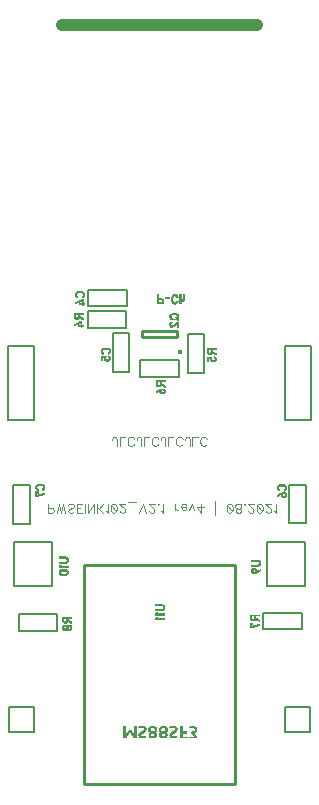
<source format=gbr>
G04 DipTrace 3.2.0.1*
G04 BottomSilk.gbr*
%MOMM*%
G04 #@! TF.FileFunction,Legend,Bot*
G04 #@! TF.Part,Single*
%ADD10C,0.25*%
%ADD13C,0.06667*%
%ADD14C,0.05*%
%ADD21C,1.0*%
%ADD22C,0.15*%
%ADD32O,0.39127X0.39172*%
%ADD81C,0.11765*%
%FSLAX35Y35*%
G04*
G71*
G90*
G75*
G01*
G04 BotSilk*
%LPD*%
X-1279012Y1559000D2*
D22*
X-1059000D1*
Y2180006D1*
X-1279012D1*
Y1559000D1*
X1060988D2*
X1281000D1*
Y2180006D1*
X1060988D1*
Y1559000D1*
X-1274000Y-1083000D2*
X-1067000D1*
Y-876000D1*
X-1274000D1*
Y-1083000D1*
X1066000D2*
X1273000D1*
Y-876000D1*
X1066000D1*
Y-1083000D1*
D32*
X173556Y2129829D3*
X150186Y2257190D2*
D10*
X-149800D1*
Y2307190D1*
X150186D1*
Y2257190D1*
X-637000Y-1530000D2*
X637000D1*
Y330000D1*
X-637000D1*
Y-1530000D1*
X-1237377Y1004220D2*
D22*
X-1098627D1*
Y677650D1*
X-1237377D1*
Y1004220D1*
X1098200Y1007883D2*
X1236950D1*
Y681313D1*
X1098200D1*
Y1007883D1*
X-1231570Y524420D2*
X-907373D1*
Y147787D1*
X-1231570D1*
Y524420D1*
X913447Y525100D2*
X1234470D1*
Y147787D1*
X913447D1*
Y525100D1*
X876360Y-76350D2*
X1202930D1*
Y-215100D1*
X876360D1*
Y-76350D1*
X-1192697Y-89190D2*
X-866127D1*
Y-227940D1*
X-1192697D1*
Y-89190D1*
X-609070Y2474363D2*
X-282500D1*
Y2335613D1*
X-609070D1*
Y2474363D1*
X-394357Y2291680D2*
X-255607D1*
Y1965110D1*
X-394357D1*
Y2291680D1*
X-162643Y2060673D2*
X163927D1*
Y1921923D1*
X-162643D1*
Y2060673D1*
X-825000Y4900000D2*
D21*
X825000D1*
X-605630Y2656263D2*
D22*
X-279060D1*
Y2517513D1*
X-605630D1*
Y2656263D1*
X240007Y2278937D2*
X378757D1*
Y1952367D1*
X240007D1*
Y2278937D1*
X-696700Y2645303D2*
D14*
X-659200D1*
X-701209Y2642803D2*
X-654691D1*
X-705161Y2640303D2*
X-650739D1*
X-708401Y2637803D2*
X-647490D1*
X-710900Y2635303D2*
X-644912D1*
X-712649Y2632803D2*
X-698313D1*
X-657296D2*
X-642933D1*
X-713881Y2630303D2*
X-701567D1*
X-653743D2*
X-641420D1*
X-714914Y2627803D2*
X-703929D1*
X-650988D2*
X-640345D1*
X-715741Y2625303D2*
X-705691D1*
X-649688D2*
X-639723D1*
X-716250Y2622803D2*
X-706989D1*
X-648658D2*
X-639418D1*
X-716499Y2620303D2*
X-707947D1*
X-647872D2*
X-639285D1*
X-716527Y2617803D2*
X-707649D1*
X-648127D2*
X-639241D1*
X-716256Y2615303D2*
X-706913D1*
X-648644D2*
X-639309D1*
X-715665Y2612803D2*
X-705810D1*
X-649398D2*
X-639630D1*
X-714933Y2610303D2*
X-704261D1*
X-650678D2*
X-640324D1*
X-714083Y2607803D2*
X-702221D1*
X-652643D2*
X-641380D1*
X-712837Y2605303D2*
X-700072D1*
X-654955D2*
X-642831D1*
X-711075Y2602803D2*
X-698438D1*
X-656920D2*
X-644738D1*
X-708940Y2600303D2*
X-697486D1*
X-658366D2*
X-647127D1*
X-706605Y2597803D2*
X-697001D1*
X-658809D2*
X-650267D1*
X-704200Y2595303D2*
X-696700D1*
X-659050D2*
X-654421D1*
X-659200Y2592803D2*
D3*
X-664200Y2577803D2*
X-651700D1*
X-669200Y2575303D2*
X-651700D1*
X-674200Y2572803D2*
X-651700D1*
X-679210Y2570303D2*
X-651700D1*
X-684298Y2567803D2*
X-651700D1*
X-689616Y2565303D2*
X-667086D1*
X-659200D2*
X-651700D1*
X-695215Y2562803D2*
X-672706D1*
X-659200D2*
X-651700D1*
X-700836Y2560303D2*
X-678353D1*
X-659200D2*
X-651700D1*
X-706077Y2557803D2*
X-683791D1*
X-659200D2*
X-651700D1*
X-710476Y2555303D2*
X-689033D1*
X-659200D2*
X-651700D1*
X-714048Y2552803D2*
X-694235D1*
X-659200D2*
X-651700D1*
X-715414Y2550303D2*
X-699665D1*
X-659200D2*
X-651700D1*
X-716193Y2547803D2*
X-705537D1*
X-659200D2*
X-651700D1*
X-716700Y2545303D2*
X-711700D1*
X-684200D2*
X-639200D1*
X-684200Y2542803D2*
X-639200D1*
X-684200Y2540303D2*
X-639200D1*
X-684200Y2537803D2*
X-639200D1*
X-684200Y2535303D2*
X-639200D1*
X-659200Y2532803D2*
X-651700D1*
X-659200Y2530303D2*
X-651700D1*
X-477533Y2167757D2*
X-440033D1*
X-482042Y2165257D2*
X-435525D1*
X-485994Y2162757D2*
X-431572D1*
X-489234Y2160257D2*
X-428323D1*
X-491733Y2157757D2*
X-425745D1*
X-493482Y2155257D2*
X-479146D1*
X-438130D2*
X-423766D1*
X-494715Y2152757D2*
X-482400D1*
X-434576D2*
X-422253D1*
X-495747Y2150257D2*
X-484762D1*
X-431821D2*
X-421178D1*
X-496574Y2147757D2*
X-486524D1*
X-430521D2*
X-420557D1*
X-497083Y2145257D2*
X-487822D1*
X-429491D2*
X-420252D1*
X-497333Y2142757D2*
X-488780D1*
X-428705D2*
X-420118D1*
X-497361Y2140257D2*
X-488483D1*
X-428961D2*
X-420074D1*
X-497089Y2137757D2*
X-487747D1*
X-429477D2*
X-420142D1*
X-496499Y2135257D2*
X-486643D1*
X-430232D2*
X-420463D1*
X-495767Y2132757D2*
X-485094D1*
X-431511D2*
X-421157D1*
X-494917Y2130257D2*
X-483055D1*
X-433477D2*
X-422213D1*
X-493670Y2127757D2*
X-480905D1*
X-435789D2*
X-423664D1*
X-491909Y2125257D2*
X-479271D1*
X-437753D2*
X-425571D1*
X-489774Y2122757D2*
X-478320D1*
X-439199D2*
X-427960D1*
X-487439Y2120257D2*
X-477835D1*
X-439643D2*
X-431100D1*
X-485033Y2117757D2*
X-477533D1*
X-439883D2*
X-435255D1*
X-440033Y2115257D2*
D3*
X-437533Y2100257D2*
X-435033D1*
X-497533Y2097757D2*
X-457533D1*
X-437514D2*
X-431389D1*
X-497533Y2095257D2*
X-457638D1*
X-437328D2*
X-428259D1*
X-497533Y2092757D2*
X-458047D1*
X-436889D2*
X-425724D1*
X-497533Y2090257D2*
X-458964D1*
X-435063D2*
X-423759D1*
X-497533Y2087757D2*
X-487533D1*
X-470420D2*
X-460204D1*
X-432809D2*
X-422251D1*
X-497533Y2085257D2*
X-487533D1*
X-471039D2*
X-461281D1*
X-430693D2*
X-421178D1*
X-497533Y2082757D2*
X-487533D1*
X-471687D2*
X-461949D1*
X-428935D2*
X-420556D1*
X-497533Y2080257D2*
X-487533D1*
X-472115D2*
X-462277D1*
X-428382D2*
X-420251D1*
X-497533Y2077757D2*
X-487533D1*
X-472259D2*
X-462435D1*
X-428735D2*
X-420128D1*
X-497533Y2075257D2*
X-487533D1*
X-472037D2*
X-461781D1*
X-430055D2*
X-420172D1*
X-497533Y2072757D2*
X-487533D1*
X-471385D2*
X-457905D1*
X-435906D2*
X-420568D1*
X-497533Y2070257D2*
X-487533D1*
X-470344D2*
X-446398D1*
X-446423D2*
X-421576D1*
X-497533Y2067757D2*
X-487533D1*
X-468880D2*
X-423249D1*
X-497533Y2065257D2*
X-487533D1*
X-466804D2*
X-425530D1*
X-497533Y2062757D2*
X-487533D1*
X-463834D2*
X-428626D1*
X-497533Y2060257D2*
X-487533D1*
X-459763D2*
X-432764D1*
X-455033Y2057757D2*
X-437533D1*
X1012453Y1010027D2*
X1049953D1*
X1007945Y1007527D2*
X1054462D1*
X1003992Y1005027D2*
X1058414D1*
X1000753Y1002527D2*
X1061664D1*
X998253Y1000027D2*
X1064241D1*
X996505Y997527D2*
X1010841D1*
X1051857D2*
X1066221D1*
X995272Y995027D2*
X1007586D1*
X1055411D2*
X1067733D1*
X994239Y992527D2*
X1005225D1*
X1058166D2*
X1068808D1*
X993413Y990027D2*
X1003463D1*
X1059466D2*
X1069430D1*
X992903Y987527D2*
X1002165D1*
X1060495D2*
X1069735D1*
X992654Y985027D2*
X1001206D1*
X1061282D2*
X1069869D1*
X992626Y982527D2*
X1001504D1*
X1061026D2*
X1069912D1*
X992897Y980027D2*
X1002240D1*
X1060510D2*
X1069845D1*
X993488Y977527D2*
X1003344D1*
X1059755D2*
X1069524D1*
X994220Y975027D2*
X1004893D1*
X1058475D2*
X1068830D1*
X995070Y972527D2*
X1006932D1*
X1056510D2*
X1067773D1*
X996316Y970027D2*
X1009082D1*
X1054198D2*
X1066322D1*
X998078Y967527D2*
X1010715D1*
X1052234D2*
X1064415D1*
X1000213Y965027D2*
X1011667D1*
X1050787D2*
X1062027D1*
X1002548Y962527D2*
X1012152D1*
X1050344D2*
X1058887D1*
X1004953Y960027D2*
X1012453D1*
X1050103D2*
X1054732D1*
X1049953Y957527D2*
D3*
X1034953Y942527D2*
X1059953D1*
X1028799Y940027D2*
X1062358D1*
X1023081Y937527D2*
X1064528D1*
X1017718Y935027D2*
X1066331D1*
X1012567Y932527D2*
X1040841D1*
X1057057D2*
X1067774D1*
X1007599Y930027D2*
X1037606D1*
X1058840D2*
X1068823D1*
X1003000Y927527D2*
X1035077D1*
X1060266D2*
X1069435D1*
X999104Y925027D2*
X1019953D1*
X1024953D2*
X1033921D1*
X1061442D2*
X1069737D1*
X996173Y922527D2*
X1014953D1*
X1024963D2*
X1034121D1*
X1061714D2*
X1069859D1*
X993950Y920027D2*
X1009953D1*
X1025051D2*
X1034724D1*
X1060962D2*
X1069825D1*
X993174Y917527D2*
X1004953D1*
X1025379D2*
X1036444D1*
X1058919D2*
X1069516D1*
X992736Y915027D2*
X999953D1*
X1026076D2*
X1040865D1*
X1054279D2*
X1068827D1*
X992453Y912527D2*
X994953D1*
X1027143D2*
X1047295D1*
X1047710D2*
X1067753D1*
X1028689Y910027D2*
X1066112D1*
X1030961Y907527D2*
X1063454D1*
X1033999Y905027D2*
X1059562D1*
X1037453Y902527D2*
X1054953D1*
X-1033060Y1015900D2*
X-995560D1*
X-1037569Y1013400D2*
X-991051D1*
X-1041521Y1010900D2*
X-987099D1*
X-1044761Y1008400D2*
X-983850D1*
X-1047260Y1005900D2*
X-981272D1*
X-1049009Y1003400D2*
X-1034673D1*
X-993656D2*
X-979293D1*
X-1050241Y1000900D2*
X-1037927D1*
X-990103D2*
X-977780D1*
X-1051274Y998400D2*
X-1040289D1*
X-987348D2*
X-976705D1*
X-1052101Y995900D2*
X-1042051D1*
X-986048D2*
X-976083D1*
X-1052610Y993400D2*
X-1043349D1*
X-985018D2*
X-975778D1*
X-1052859Y990900D2*
X-1044307D1*
X-984232D2*
X-975645D1*
X-1052887Y988400D2*
X-1044009D1*
X-984487D2*
X-975601D1*
X-1052616Y985900D2*
X-1043273D1*
X-985004D2*
X-975669D1*
X-1052025Y983400D2*
X-1042170D1*
X-985758D2*
X-975990D1*
X-1051293Y980900D2*
X-1040621D1*
X-987038D2*
X-976684D1*
X-1050443Y978400D2*
X-1038581D1*
X-989003D2*
X-977740D1*
X-1049197Y975900D2*
X-1036432D1*
X-991315D2*
X-979191D1*
X-1047435Y973400D2*
X-1034798D1*
X-993280D2*
X-981098D1*
X-1045300Y970900D2*
X-1033846D1*
X-994726D2*
X-983487D1*
X-1042965Y968400D2*
X-1033361D1*
X-995169D2*
X-986627D1*
X-1040560Y965900D2*
X-1033060D1*
X-995410D2*
X-990781D1*
X-995560Y963400D2*
D3*
X-1050560Y950900D2*
X-1033060D1*
X-1051714Y948400D2*
X-1033060D1*
X-1052432Y945900D2*
X-1033060D1*
X-1052795Y943400D2*
X-1033060D1*
X-1052957Y940900D2*
X-1033060D1*
X-1053022Y938400D2*
X-1043060D1*
X-983060D2*
X-975560D1*
X-1053046Y935900D2*
X-1043060D1*
X-990946D2*
X-975685D1*
X-1053055Y933400D2*
X-1043060D1*
X-999076D2*
X-975980D1*
X-1053058Y930900D2*
X-1043031D1*
X-1007350D2*
X-977586D1*
X-1053060Y928400D2*
X-1042745D1*
X-1015989D2*
X-982084D1*
X-1053060Y925900D2*
X-1042064D1*
X-1025887D2*
X-988220D1*
X-1053060Y923400D2*
X-1039142D1*
X-1037661D2*
X-995487D1*
X-1053060Y920900D2*
X-1003337D1*
X-1053060Y918400D2*
X-1011599D1*
X-1053060Y915900D2*
X-1020177D1*
X-1053060Y913400D2*
X-1029029D1*
X-1053060Y910900D2*
X-1038060D1*
X102007Y2458570D2*
X139507D1*
X97498Y2456070D2*
X144015D1*
X93546Y2453570D2*
X147968D1*
X90306Y2451070D2*
X151217D1*
X87807Y2448570D2*
X153795D1*
X86058Y2446070D2*
X100394D1*
X141410D2*
X155774D1*
X84825Y2443570D2*
X97149D1*
X144964D2*
X157287D1*
X83793Y2441070D2*
X94876D1*
X147719D2*
X158362D1*
X82966Y2438570D2*
X93172D1*
X149019D2*
X158983D1*
X82457Y2436070D2*
X92573D1*
X150049D2*
X159288D1*
X82198Y2433570D2*
X92248D1*
X150835D2*
X159422D1*
X82092Y2431070D2*
X92111D1*
X150579D2*
X159466D1*
X82132Y2428570D2*
X92149D1*
X134507D2*
X139507D1*
X150065D2*
X159398D1*
X82443Y2426070D2*
X92562D1*
X132007D2*
X142466D1*
X149349D2*
X159077D1*
X83132Y2423570D2*
X93390D1*
X134015D2*
X145843D1*
X148296D2*
X158393D1*
X84187Y2421070D2*
X96155D1*
X135478D2*
X157434D1*
X85638Y2418570D2*
X100328D1*
X136317D2*
X156400D1*
X87535Y2416070D2*
X105860D1*
X136743D2*
X155537D1*
X89828Y2413570D2*
X155092D1*
X92582Y2411070D2*
X154989D1*
X95882Y2408570D2*
X156055D1*
X99507Y2406070D2*
X142007D1*
X147007D2*
X157647D1*
X149507Y2403570D2*
X159507D1*
X152007Y2401070D2*
X157007D1*
X94507Y2386070D2*
X102007D1*
X149507D2*
X159507D1*
X90948Y2383570D2*
X101797D1*
X145757D2*
X159507D1*
X88060Y2381070D2*
X101323D1*
X142219D2*
X159507D1*
X85894Y2378570D2*
X99220D1*
X138747D2*
X159507D1*
X84290Y2376070D2*
X96588D1*
X135357D2*
X159507D1*
X83176Y2373570D2*
X94100D1*
X132037D2*
X159507D1*
X82539Y2371070D2*
X92171D1*
X128672D2*
X144411D1*
X149507D2*
X159507D1*
X82228Y2368570D2*
X90667D1*
X125328D2*
X141581D1*
X149507D2*
X159507D1*
X82102Y2366070D2*
X90260D1*
X122007D2*
X138394D1*
X149507D2*
X159507D1*
X82136Y2363570D2*
X90933D1*
X118443D2*
X134934D1*
X149507D2*
X159507D1*
X82444Y2361070D2*
X92046D1*
X114168D2*
X131390D1*
X149507D2*
X159507D1*
X83133Y2358570D2*
X95559D1*
X108399D2*
X127929D1*
X149507D2*
X159507D1*
X84188Y2356070D2*
X100776D1*
X100729D2*
X124559D1*
X149507D2*
X159507D1*
X85638Y2353570D2*
X121089D1*
X149507D2*
X159507D1*
X87523Y2351070D2*
X117432D1*
X149507D2*
X159507D1*
X89706Y2348570D2*
X113552D1*
X149507D2*
X159507D1*
X92007Y2346070D2*
X109507D1*
X149507D2*
X159507D1*
X-726693Y2461630D2*
X-649193D1*
X-726693Y2459130D2*
X-649193D1*
X-726693Y2456630D2*
X-649193D1*
X-726693Y2454130D2*
X-649193D1*
X-726693Y2451630D2*
X-716693D1*
X-691693D2*
X-681693D1*
X-726693Y2449130D2*
X-716693D1*
X-691693D2*
X-681693D1*
X-726693Y2446630D2*
X-716693D1*
X-691693D2*
X-681693D1*
X-726693Y2444130D2*
X-716693D1*
X-691693D2*
X-681684D1*
X-726693Y2441630D2*
X-716693D1*
X-691693D2*
X-681576D1*
X-726693Y2439130D2*
X-716693D1*
X-691693D2*
X-681312D1*
X-726684Y2436630D2*
X-716693D1*
X-691693D2*
X-680048D1*
X-726596Y2434130D2*
X-716684D1*
X-691703D2*
X-677064D1*
X-726277Y2431630D2*
X-716576D1*
X-691811D2*
X-673238D1*
X-725669Y2429130D2*
X-716312D1*
X-692074D2*
X-668803D1*
X-724940Y2426630D2*
X-714931D1*
X-693456D2*
X-664063D1*
X-724166Y2424130D2*
X-710652D1*
X-697735D2*
X-659354D1*
X-723149Y2421630D2*
X-704301D1*
X-704086D2*
X-684193D1*
X-676693D2*
X-655222D1*
X-721666Y2419130D2*
X-686693D1*
X-671703D2*
X-651798D1*
X-719558Y2416630D2*
X-689193D1*
X-666798D2*
X-650464D1*
X-716953Y2414130D2*
X-691693D1*
X-662185D2*
X-649735D1*
X-714193Y2411630D2*
X-694193D1*
X-658039D2*
X-649393D1*
X-654193Y2409130D2*
X-649193D1*
X-674193Y2391630D2*
X-661693D1*
X-679193Y2389130D2*
X-661693D1*
X-684193Y2386630D2*
X-661693D1*
X-689203Y2384130D2*
X-661693D1*
X-694291Y2381630D2*
X-661693D1*
X-699610Y2379130D2*
X-677080D1*
X-669193D2*
X-661693D1*
X-705208Y2376630D2*
X-682699D1*
X-669193D2*
X-661693D1*
X-710830Y2374130D2*
X-688347D1*
X-669193D2*
X-661693D1*
X-716071Y2371630D2*
X-693785D1*
X-669193D2*
X-661693D1*
X-720470Y2369130D2*
X-699027D1*
X-669193D2*
X-661693D1*
X-724041Y2366630D2*
X-704228D1*
X-669193D2*
X-661693D1*
X-725407Y2364130D2*
X-709658D1*
X-669193D2*
X-661693D1*
X-726186Y2361630D2*
X-715530D1*
X-669193D2*
X-661693D1*
X-726693Y2359130D2*
X-721693D1*
X-694193D2*
X-649193D1*
X-694193Y2356630D2*
X-649193D1*
X-694193Y2354130D2*
X-649193D1*
X-694193Y2351630D2*
X-649193D1*
X-694193Y2349130D2*
X-649193D1*
X-669193Y2346630D2*
X-661693D1*
X-669193Y2344130D2*
X-661693D1*
X397960Y2163650D2*
X475460D1*
X397960Y2161150D2*
X475460D1*
X397960Y2158650D2*
X475460D1*
X397960Y2156150D2*
X475460D1*
X397960Y2153650D2*
X407960D1*
X432960D2*
X442960D1*
X397960Y2151150D2*
X407960D1*
X432960D2*
X442960D1*
X397960Y2148650D2*
X407960D1*
X432960D2*
X442960D1*
X397960Y2146150D2*
X407960D1*
X432960D2*
X442970D1*
X397960Y2143650D2*
X407960D1*
X432960D2*
X443077D1*
X397960Y2141150D2*
X407960D1*
X432960D2*
X443341D1*
X397970Y2138650D2*
X407960D1*
X432960D2*
X444606D1*
X398058Y2136150D2*
X407970D1*
X432950D2*
X447589D1*
X398376Y2133650D2*
X408077D1*
X432843D2*
X451415D1*
X398985Y2131150D2*
X408341D1*
X432579D2*
X455851D1*
X399714Y2128650D2*
X409723D1*
X431197D2*
X460590D1*
X400488Y2126150D2*
X414002D1*
X426918D2*
X465299D1*
X401504Y2123650D2*
X420352D1*
X420568D2*
X440460D1*
X447960D2*
X469432D1*
X402987Y2121150D2*
X437960D1*
X452950D2*
X472855D1*
X405095Y2118650D2*
X435460D1*
X457855D2*
X474189D1*
X407700Y2116150D2*
X432960D1*
X462469D2*
X474918D1*
X410460Y2113650D2*
X430460D1*
X466614D2*
X475261D1*
X470460Y2111150D2*
X475460D1*
X457960Y2093650D2*
X460460D1*
X397960Y2091150D2*
X437960D1*
X457980D2*
X464104D1*
X397960Y2088650D2*
X437855D1*
X458165D2*
X467234D1*
X397960Y2086150D2*
X437447D1*
X458605D2*
X469769D1*
X397960Y2083650D2*
X436529D1*
X460430D2*
X471734D1*
X397960Y2081150D2*
X407960D1*
X425074D2*
X435289D1*
X462685D2*
X473242D1*
X397960Y2078650D2*
X407960D1*
X424454D2*
X434212D1*
X464801D2*
X474316D1*
X397960Y2076150D2*
X407960D1*
X423807D2*
X433544D1*
X466558D2*
X474937D1*
X397960Y2073650D2*
X407960D1*
X423378D2*
X433216D1*
X467111D2*
X475242D1*
X397960Y2071150D2*
X407960D1*
X423234D2*
X433059D1*
X466758D2*
X475365D1*
X397960Y2068650D2*
X407960D1*
X423456D2*
X433712D1*
X465438D2*
X475321D1*
X397960Y2066150D2*
X407960D1*
X424109D2*
X437588D1*
X459587D2*
X474925D1*
X397960Y2063650D2*
X407960D1*
X425149D2*
X449095D1*
X449071D2*
X473918D1*
X397960Y2061150D2*
X407960D1*
X426613D2*
X472245D1*
X397960Y2058650D2*
X407960D1*
X428690D2*
X469963D1*
X397960Y2056150D2*
X407960D1*
X431659D2*
X466867D1*
X397960Y2053650D2*
X407960D1*
X435731D2*
X462730D1*
X440460Y2051150D2*
X457960D1*
X-33690Y1890847D2*
X43810D1*
X-33690Y1888347D2*
X43810D1*
X-33690Y1885847D2*
X43810D1*
X-33690Y1883347D2*
X43810D1*
X-33690Y1880847D2*
X-23690D1*
X1310D2*
X11310D1*
X-33690Y1878347D2*
X-23690D1*
X1310D2*
X11310D1*
X-33690Y1875847D2*
X-23690D1*
X1310D2*
X11310D1*
X-33690Y1873347D2*
X-23690D1*
X1310D2*
X11320D1*
X-33690Y1870847D2*
X-23690D1*
X1310D2*
X11427D1*
X-33690Y1868347D2*
X-23690D1*
X1310D2*
X11691D1*
X-33680Y1865847D2*
X-23690D1*
X1310D2*
X12956D1*
X-33592Y1863347D2*
X-23680D1*
X1300D2*
X15939D1*
X-33274Y1860847D2*
X-23573D1*
X1193D2*
X19765D1*
X-32665Y1858347D2*
X-23309D1*
X929D2*
X24201D1*
X-31936Y1855847D2*
X-21927D1*
X-453D2*
X28940D1*
X-31162Y1853347D2*
X-17648D1*
X-4732D2*
X33649D1*
X-30146Y1850847D2*
X-11298D1*
X-11082D2*
X8810D1*
X16310D2*
X37782D1*
X-28663Y1848347D2*
X6310D1*
X21300D2*
X41205D1*
X-26555Y1845847D2*
X3810D1*
X26205D2*
X42539D1*
X-23950Y1843347D2*
X1310D1*
X30819D2*
X43268D1*
X-21190Y1840847D2*
X-1190D1*
X34964D2*
X43611D1*
X38810Y1838347D2*
X43810D1*
X8810Y1820847D2*
X33810D1*
X2656Y1818347D2*
X36215D1*
X-3062Y1815847D2*
X38385D1*
X-8425Y1813347D2*
X40188D1*
X-13577Y1810847D2*
X14697D1*
X30914D2*
X41630D1*
X-18544Y1808347D2*
X11463D1*
X32696D2*
X42679D1*
X-23143Y1805847D2*
X8933D1*
X34123D2*
X43291D1*
X-27039Y1803347D2*
X-6190D1*
X-1190D2*
X7778D1*
X35298D2*
X43593D1*
X-29970Y1800847D2*
X-11190D1*
X-1180D2*
X7977D1*
X35571D2*
X43716D1*
X-32193Y1798347D2*
X-16190D1*
X-1092D2*
X8581D1*
X34819D2*
X43681D1*
X-32970Y1795847D2*
X-21190D1*
X-764D2*
X10300D1*
X32776D2*
X43373D1*
X-33408Y1793347D2*
X-26190D1*
X-68D2*
X14721D1*
X28135D2*
X42684D1*
X-33690Y1790847D2*
X-31190D1*
X999D2*
X21151D1*
X21567D2*
X41610D1*
X2546Y1788347D2*
X39969D1*
X4818Y1785847D2*
X37311D1*
X7855Y1783347D2*
X33419D1*
X11310Y1780847D2*
X28810D1*
X765183Y-92460D2*
X842683D1*
X765183Y-94960D2*
X842683D1*
X765183Y-97460D2*
X842683D1*
X765183Y-99960D2*
X842683D1*
X765183Y-102460D2*
X775183D1*
X800183D2*
X810183D1*
X765183Y-104960D2*
X775183D1*
X800183D2*
X810183D1*
X765183Y-107460D2*
X775183D1*
X800183D2*
X810183D1*
X765183Y-109960D2*
X775183D1*
X800183D2*
X810193D1*
X765183Y-112460D2*
X775183D1*
X800183D2*
X810301D1*
X765183Y-114960D2*
X775183D1*
X800183D2*
X810564D1*
X765193Y-117460D2*
X775183D1*
X800183D2*
X811829D1*
X765281Y-119960D2*
X775193D1*
X800174D2*
X814813D1*
X765600Y-122460D2*
X775301D1*
X800066D2*
X818639D1*
X766208Y-124960D2*
X775564D1*
X799802D2*
X823074D1*
X766937Y-127460D2*
X776946D1*
X798421D2*
X827813D1*
X767711Y-129960D2*
X781225D1*
X794142D2*
X832523D1*
X768727Y-132460D2*
X787576D1*
X787791D2*
X807683D1*
X815183D2*
X836655D1*
X770211Y-134960D2*
X805183D1*
X820174D2*
X840079D1*
X772318Y-137460D2*
X802683D1*
X825078D2*
X841413D1*
X774923Y-139960D2*
X800183D1*
X829692D2*
X842141D1*
X777683Y-142460D2*
X797683D1*
X833837D2*
X842484D1*
X837683Y-144960D2*
X842683D1*
X767683Y-159960D2*
X785183D1*
X766529Y-162460D2*
X785183D1*
X765811Y-164960D2*
X785183D1*
X765448Y-167460D2*
X785183D1*
X765287Y-169960D2*
X785183D1*
X765222Y-172460D2*
X775183D1*
X835183D2*
X842683D1*
X765197Y-174960D2*
X775183D1*
X827297D2*
X842559D1*
X765188Y-177460D2*
X775183D1*
X819167D2*
X842263D1*
X765185Y-179960D2*
X775213D1*
X810893D2*
X840657D1*
X765184Y-182460D2*
X775498D1*
X802254D2*
X836159D1*
X765183Y-184960D2*
X776179D1*
X792356D2*
X830024D1*
X765183Y-187460D2*
X779102D1*
X780583D2*
X822756D1*
X765183Y-189960D2*
X814906D1*
X765183Y-192460D2*
X806645D1*
X765183Y-194960D2*
X798066D1*
X765183Y-197460D2*
X789215D1*
X765183Y-199960D2*
X780183D1*
X-824637Y-109967D2*
X-747137D1*
X-824637Y-112467D2*
X-747137D1*
X-824637Y-114967D2*
X-747137D1*
X-824637Y-117467D2*
X-747137D1*
X-824637Y-119967D2*
X-814637D1*
X-789637D2*
X-779637D1*
X-824637Y-122467D2*
X-814637D1*
X-789637D2*
X-779637D1*
X-824637Y-124967D2*
X-814637D1*
X-789637D2*
X-779637D1*
X-824637Y-127467D2*
X-814637D1*
X-789637D2*
X-779627D1*
X-824637Y-129967D2*
X-814637D1*
X-789637D2*
X-779519D1*
X-824637Y-132467D2*
X-814637D1*
X-789637D2*
X-779256D1*
X-824627Y-134967D2*
X-814637D1*
X-789637D2*
X-777991D1*
X-824539Y-137467D2*
X-814627D1*
X-789646D2*
X-775007D1*
X-824220Y-139967D2*
X-814519D1*
X-789754D2*
X-771181D1*
X-823612Y-142467D2*
X-814256D1*
X-790018D2*
X-766746D1*
X-822883Y-144967D2*
X-812874D1*
X-791399D2*
X-762007D1*
X-822109Y-147467D2*
X-808595D1*
X-795678D2*
X-757297D1*
X-821093Y-149967D2*
X-802244D1*
X-802029D2*
X-782137D1*
X-774637D2*
X-753165D1*
X-819609Y-152467D2*
X-784637D1*
X-769646D2*
X-749741D1*
X-817502Y-154967D2*
X-787137D1*
X-764742D2*
X-748407D1*
X-814897Y-157467D2*
X-789637D1*
X-760128D2*
X-747679D1*
X-812137Y-159967D2*
X-792137D1*
X-755983D2*
X-747336D1*
X-752137Y-162467D2*
X-747137D1*
X-774637Y-179967D2*
X-759637D1*
X-814637Y-182467D2*
X-794637D1*
X-778758D2*
X-756379D1*
X-817041Y-184967D2*
X-791677D1*
X-782088D2*
X-753868D1*
X-819211Y-187467D2*
X-788300D1*
X-784732D2*
X-751981D1*
X-821014Y-189967D2*
X-773749D1*
X-765223D2*
X-750454D1*
X-822457Y-192467D2*
X-811741D1*
X-798024D2*
X-776994D1*
X-761591D2*
X-749178D1*
X-823506Y-194967D2*
X-813513D1*
X-794789D2*
X-779268D1*
X-758951D2*
X-748211D1*
X-824118Y-197467D2*
X-814862D1*
X-792260D2*
X-780972D1*
X-757112D2*
X-747634D1*
X-824420Y-199967D2*
X-815861D1*
X-791105D2*
X-781561D1*
X-755715D2*
X-747345D1*
X-824543Y-202467D2*
X-815566D1*
X-791294D2*
X-781788D1*
X-755557D2*
X-747228D1*
X-824508Y-204967D2*
X-814719D1*
X-792089D2*
X-781736D1*
X-755793D2*
X-747264D1*
X-824200Y-207467D2*
X-813456D1*
X-793324D2*
X-780579D1*
X-756987D2*
X-747573D1*
X-823510Y-209967D2*
X-809737D1*
X-797039D2*
X-776146D1*
X-760118D2*
X-748263D1*
X-822446Y-212467D2*
X-804071D1*
X-802703D2*
X-768833D1*
X-767910D2*
X-749318D1*
X-820901Y-214967D2*
X-750778D1*
X-818629Y-217467D2*
X-790096D1*
X-784534D2*
X-752760D1*
X-815591Y-219967D2*
X-793473D1*
X-781646D2*
X-755344D1*
X-812137Y-222467D2*
X-797137D1*
X-778291D2*
X-758561D1*
X-774637Y-224967D2*
X-762137D1*
X776997Y373207D2*
X826997D1*
X775842Y370707D2*
X833813D1*
X775122Y368207D2*
X839202D1*
X774740Y365707D2*
X843178D1*
X774497Y363207D2*
X846078D1*
X833900Y360707D2*
X848187D1*
X837454Y358207D2*
X849750D1*
X840209Y355707D2*
X850843D1*
X841519Y353207D2*
X851470D1*
X842626Y350707D2*
X851777D1*
X843409Y348207D2*
X851912D1*
X843834Y345707D2*
X851965D1*
X843236Y343207D2*
X851976D1*
X842255Y340707D2*
X851895D1*
X840841Y338207D2*
X851569D1*
X838969Y335707D2*
X850874D1*
X836777Y333207D2*
X849817D1*
X834417Y330707D2*
X848356D1*
X774497Y328207D2*
X846373D1*
X774497Y325707D2*
X843789D1*
X774497Y323207D2*
X840572D1*
X774497Y320707D2*
X836997D1*
X786997Y300707D2*
X809497D1*
X783438Y298207D2*
X811901D1*
X780550Y295707D2*
X814071D1*
X778384Y293207D2*
X815874D1*
X776780Y290707D2*
X790384D1*
X803609D2*
X817317D1*
X846997D2*
X851997D1*
X775666Y288207D2*
X787149D1*
X806854D2*
X818366D1*
X842851D2*
X851882D1*
X775029Y285707D2*
X784620D1*
X809118D2*
X818988D1*
X838586D2*
X851616D1*
X774718Y283207D2*
X783465D1*
X810792D2*
X819385D1*
X833964D2*
X850351D1*
X774592Y280707D2*
X783664D1*
X811191D2*
X819904D1*
X828823D2*
X847367D1*
X774626Y278207D2*
X784268D1*
X810484D2*
X820813D1*
X823084D2*
X843541D1*
X774934Y275707D2*
X785987D1*
X808455D2*
X839106D1*
X775633Y273207D2*
X790408D1*
X803819D2*
X834347D1*
X776785Y270707D2*
X796838D1*
X797252D2*
X829433D1*
X778651Y268207D2*
X824373D1*
X781542Y265707D2*
X818999D1*
X785324Y263207D2*
X813149D1*
X789497Y260707D2*
X806997D1*
X-851870Y399107D2*
X-801870D1*
X-853024Y396607D2*
X-795053D1*
X-853745Y394107D2*
X-789665D1*
X-854127Y391607D2*
X-785689D1*
X-854370Y389107D2*
X-782789D1*
X-794966Y386607D2*
X-780679D1*
X-791413Y384107D2*
X-779117D1*
X-788658Y381607D2*
X-778024D1*
X-787348Y379107D2*
X-777396D1*
X-786240Y376607D2*
X-777089D1*
X-785457Y374107D2*
X-776955D1*
X-785033Y371607D2*
X-776901D1*
X-785631Y369107D2*
X-776891D1*
X-786612Y366607D2*
X-776971D1*
X-788026Y364107D2*
X-777297D1*
X-789898Y361607D2*
X-777993D1*
X-792089Y359107D2*
X-779050D1*
X-794450Y356607D2*
X-780511D1*
X-854370Y354107D2*
X-782494D1*
X-854370Y351607D2*
X-785077D1*
X-854370Y349107D2*
X-788295D1*
X-854370Y346607D2*
X-791870D1*
X-846870Y329107D2*
X-836870D1*
X-848506Y326607D2*
X-838879D1*
X-850164Y324107D2*
X-840350D1*
X-851774Y321607D2*
X-841245D1*
X-853014Y319107D2*
X-776870D1*
X-853747Y316607D2*
X-776870D1*
X-854111Y314107D2*
X-776870D1*
X-854276Y311607D2*
X-776870D1*
X-854370Y309107D2*
X-776870D1*
X-839370Y289107D2*
X-791870D1*
X-843783Y286607D2*
X-787457D1*
X-847415Y284107D2*
X-783825D1*
X-850056Y281607D2*
X-781184D1*
X-851904Y279107D2*
X-779336D1*
X-853129Y276607D2*
X-841765D1*
X-789475D2*
X-778111D1*
X-853811Y274107D2*
X-843847D1*
X-787393D2*
X-777429D1*
X-854139Y271607D2*
X-845322D1*
X-785918D2*
X-777101D1*
X-854281Y269107D2*
X-846307D1*
X-784933D2*
X-776959D1*
X-854328Y266607D2*
X-846195D1*
X-785045D2*
X-776912D1*
X-854261Y264107D2*
X-845724D1*
X-785516D2*
X-776979D1*
X-853940Y261607D2*
X-844103D1*
X-787137D2*
X-777300D1*
X-853246Y259107D2*
X-840299D1*
X-790941D2*
X-777994D1*
X-852180Y256607D2*
X-835174D1*
X-796066D2*
X-779060D1*
X-850634Y254107D2*
X-780606D1*
X-848362Y251607D2*
X-782878D1*
X-845325Y249107D2*
X-785915D1*
X-841870Y246607D2*
X-789370D1*
X-33803Y-2567D2*
X16197D1*
X-34958Y-5067D2*
X23013D1*
X-35678Y-7567D2*
X28402D1*
X-36060Y-10067D2*
X32378D1*
X-36303Y-12567D2*
X35278D1*
X23100Y-15067D2*
X37387D1*
X26654Y-17567D2*
X38950D1*
X29409Y-20067D2*
X40043D1*
X30719Y-22567D2*
X40670D1*
X31826Y-25067D2*
X40977D1*
X32609Y-27567D2*
X41112D1*
X33034Y-30067D2*
X41165D1*
X32436Y-32567D2*
X41176D1*
X31455Y-35067D2*
X41095D1*
X30041Y-37567D2*
X40769D1*
X28169Y-40067D2*
X40074D1*
X25977Y-42567D2*
X39017D1*
X23617Y-45067D2*
X37556D1*
X-36303Y-47567D2*
X35573D1*
X-36303Y-50067D2*
X32989D1*
X-36303Y-52567D2*
X29772D1*
X-36303Y-55067D2*
X26197D1*
X-28803Y-72567D2*
X-18803D1*
X-30439Y-75067D2*
X-20813D1*
X-32097Y-77567D2*
X-22284D1*
X-33707Y-80067D2*
X-23178D1*
X-34947Y-82567D2*
X41197D1*
X-35681Y-85067D2*
X41197D1*
X-36044Y-87567D2*
X41197D1*
X-36209Y-90067D2*
X41197D1*
X-36303Y-92567D2*
X41197D1*
X-28803Y-110067D2*
X-18803D1*
X-30439Y-112567D2*
X-20813D1*
X-32097Y-115067D2*
X-22284D1*
X-33707Y-117567D2*
X-23178D1*
X-34947Y-120067D2*
X41197D1*
X-35681Y-122567D2*
X41197D1*
X-36044Y-125067D2*
X41197D1*
X-36209Y-127567D2*
X41197D1*
X-36303Y-130067D2*
X41197D1*
X-19917Y2617810D2*
X-9917D1*
X115083D2*
X135083D1*
X167583D2*
X177583D1*
X202583D2*
X210083D1*
X-19917Y2615310D2*
X-9917D1*
X111525D2*
X138728D1*
X167583D2*
X177583D1*
X202583D2*
X210083D1*
X-19917Y2612810D2*
X-9917D1*
X108637D2*
X141858D1*
X167583D2*
X177583D1*
X202583D2*
X210083D1*
X-19917Y2610310D2*
X-9917D1*
X106460D2*
X144393D1*
X167583D2*
X177583D1*
X202583D2*
X210083D1*
X-19917Y2607810D2*
X-9917D1*
X104769D2*
X117593D1*
X131997D2*
X146367D1*
X167583D2*
X177583D1*
X202583D2*
X210083D1*
X-19917Y2605310D2*
X-9917D1*
X103336D2*
X115191D1*
X135637D2*
X147971D1*
X167583D2*
X177583D1*
X202583D2*
X210083D1*
X-19917Y2602810D2*
X-9917D1*
X102100D2*
X113097D1*
X138356D2*
X149438D1*
X167583D2*
X177583D1*
X202583D2*
X210083D1*
X-19917Y2600310D2*
X-9917D1*
X101149D2*
X111524D1*
X140538D2*
X150958D1*
X167583D2*
X177583D1*
X202583D2*
X210083D1*
X-19917Y2597810D2*
X-9917D1*
X100577D2*
X110362D1*
X142583D2*
X152583D1*
X167583D2*
X177583D1*
X202583D2*
X210083D1*
X-19917Y2595310D2*
X-9917D1*
X47583D2*
X82583D1*
X100291D2*
X109355D1*
X167583D2*
X177583D1*
X202583D2*
X210083D1*
X-19917Y2592810D2*
X-9917D1*
X47583D2*
X82583D1*
X100165D2*
X108538D1*
X167583D2*
X177583D1*
X202574D2*
X210083D1*
X-19917Y2590310D2*
X-9917D1*
X47583D2*
X82583D1*
X100113D2*
X108032D1*
X167583D2*
X177583D1*
X202486D2*
X210083D1*
X-19917Y2587810D2*
X4978D1*
X47583D2*
X82583D1*
X100094D2*
X107774D1*
X167583D2*
X177583D1*
X202167D2*
X210083D1*
X-19917Y2585310D2*
X15393D1*
X100087D2*
X107658D1*
X167583D2*
X177593D1*
X201559D2*
X210083D1*
X-19917Y2582810D2*
X21912D1*
X100085D2*
X107611D1*
X167583D2*
X177749D1*
X200761D2*
X210074D1*
X-19917Y2580310D2*
X26512D1*
X100084D2*
X107593D1*
X167583D2*
X178160D1*
X199838D2*
X209986D1*
X-19917Y2577810D2*
X-9917D1*
X14487D2*
X28649D1*
X100083D2*
X107587D1*
X167583D2*
X180877D1*
X196916D2*
X209657D1*
X-19917Y2575310D2*
X-9917D1*
X18031D2*
X30277D1*
X100083D2*
X107594D1*
X167583D2*
X188491D1*
X189228D2*
X208961D1*
X-19917Y2572810D2*
X-9917D1*
X20757D2*
X31406D1*
X100083D2*
X107681D1*
X167583D2*
X207884D1*
X-19917Y2570310D2*
X-9917D1*
X21704D2*
X32048D1*
X100083D2*
X108000D1*
X167583D2*
X206243D1*
X-19917Y2567810D2*
X-9917D1*
X22212D2*
X32361D1*
X100093D2*
X108608D1*
X167583D2*
X203584D1*
X-19917Y2565310D2*
X-9917D1*
X22429D2*
X32487D1*
X100181D2*
X109337D1*
X167583D2*
X177583D1*
X185083D2*
X199692D1*
X-19917Y2562810D2*
X-9917D1*
X22423D2*
X32454D1*
X100500D2*
X110111D1*
X142583D2*
X152583D1*
X167583D2*
X177583D1*
X190083D2*
X195083D1*
X-19917Y2560310D2*
X-9917D1*
X22232D2*
X32146D1*
X101108D2*
X111196D1*
X140879D2*
X151324D1*
X167583D2*
X177583D1*
X-19917Y2557810D2*
X-9917D1*
X20886D2*
X31467D1*
X101847D2*
X112677D1*
X139039D2*
X150188D1*
X167583D2*
X177583D1*
X-19917Y2555310D2*
X-9917D1*
X14700D2*
X30500D1*
X102699D2*
X117990D1*
X134332D2*
X148809D1*
X167583D2*
X177583D1*
X-19917Y2552810D2*
X-9917D1*
X3914D2*
X29359D1*
X103956D2*
X126703D1*
X126871D2*
X146992D1*
X167583D2*
X177583D1*
X-19917Y2550310D2*
X27975D1*
X105825D2*
X144806D1*
X167583D2*
X177583D1*
X-19917Y2547810D2*
X26039D1*
X108472D2*
X142171D1*
X167583D2*
X177583D1*
X-19917Y2545310D2*
X23295D1*
X112205D2*
X138574D1*
X167583D2*
X177583D1*
X-19917Y2542810D2*
X20083D1*
X117092D2*
X133533D1*
X167583D2*
X177583D1*
X122583Y2540310D2*
X127583D1*
X-306999Y-1038259D2*
D13*
X-293666D1*
X-216999D2*
X-203666D1*
X-166999D2*
X-133666D1*
X-76999D2*
X-46999D1*
X13001D2*
X43001D1*
X96334D2*
X129668D1*
X173001D2*
X186334D1*
X256334D2*
X289668D1*
X-306999Y-1041593D2*
X-293666D1*
X-216999D2*
X-203666D1*
X-180332D2*
X-128921D1*
X-81858D2*
X-41115D1*
X8142D2*
X48885D1*
X83001D2*
X134413D1*
X173001D2*
X186334D1*
X253232D2*
X296065D1*
X-306999Y-1044926D2*
X-293666D1*
X-216999D2*
X-203666D1*
X-178562D2*
X-125070D1*
X-86032D2*
X-36272D1*
X3968D2*
X53728D1*
X84772D2*
X138263D1*
X173001D2*
X186334D1*
X251172D2*
X301183D1*
X-306999Y-1048259D2*
X-293666D1*
X-216999D2*
X-203666D1*
X-176999D2*
X-166999D1*
X-137139D2*
X-122182D1*
X-89412D2*
X-72483D1*
X-51128D2*
X-32751D1*
X588D2*
X17517D1*
X38872D2*
X57249D1*
X86334D2*
X96334D1*
X126194D2*
X141152D1*
X173001D2*
X186334D1*
X249668D2*
X256334D1*
X285552D2*
X304943D1*
X-306999Y-1051593D2*
X-293666D1*
X-216999D2*
X-203666D1*
X-134376D2*
X-120043D1*
X-92031D2*
X-76809D1*
X-46402D2*
X-30287D1*
X-2031D2*
X13191D1*
X43598D2*
X59713D1*
X128957D2*
X143290D1*
X173001D2*
X186334D1*
X290395D2*
X307470D1*
X-306999Y-1054926D2*
X-293666D1*
X-216999D2*
X-203666D1*
X-132123D2*
X-118571D1*
X-94042D2*
X-79840D1*
X-42768D2*
X-28654D1*
X-4042D2*
X10160D1*
X47232D2*
X61346D1*
X131211D2*
X144763D1*
X173001D2*
X186334D1*
X293915D2*
X309194D1*
X-306999Y-1058259D2*
X-293666D1*
X-216999D2*
X-203666D1*
X-131486D2*
X-117839D1*
X-95473D2*
X-82112D1*
X-41505D2*
X-27744D1*
X-5473D2*
X7888D1*
X48495D2*
X62256D1*
X131847D2*
X145495D1*
X173001D2*
X186334D1*
X296380D2*
X310603D1*
X-306999Y-1061593D2*
X-293666D1*
X-216999D2*
X-203666D1*
X-132328D2*
X-117862D1*
X-96289D2*
X-82898D1*
X-40828D2*
X-27320D1*
X-6289D2*
X7102D1*
X49172D2*
X62680D1*
X131006D2*
X145471D1*
X173001D2*
X186334D1*
X298000D2*
X311703D1*
X-306999Y-1064926D2*
X-293666D1*
X-216999D2*
X-203666D1*
X-134757D2*
X-118610D1*
X-96578D2*
X-83214D1*
X-40538D2*
X-27248D1*
X-6578D2*
X6786D1*
X49462D2*
X62752D1*
X128577D2*
X144723D1*
X173001D2*
X186334D1*
X299056D2*
X312269D1*
X-306999Y-1068259D2*
X-293666D1*
X-260332D2*
X-246999D1*
X-216999D2*
X-203666D1*
X-137975D2*
X-119947D1*
X-96318D2*
X-82959D1*
X-40559D2*
X-27611D1*
X-6318D2*
X7041D1*
X49441D2*
X62389D1*
X125358D2*
X143386D1*
X173001D2*
X186334D1*
X299005D2*
X312178D1*
X-306999Y-1071593D2*
X-293666D1*
X-262526D2*
X-245331D1*
X-216999D2*
X-203666D1*
X-141975D2*
X-121855D1*
X-95461D2*
X-82253D1*
X-40853D2*
X-28511D1*
X-5461D2*
X7747D1*
X49147D2*
X61489D1*
X121358D2*
X141478D1*
X173001D2*
X186334D1*
X297805D2*
X311404D1*
X-306999Y-1074926D2*
X-293666D1*
X-264854D2*
X-243383D1*
X-216999D2*
X-203666D1*
X-146487D2*
X-124362D1*
X-94065D2*
X-80140D1*
X-42843D2*
X-29924D1*
X-4065D2*
X9860D1*
X47157D2*
X60076D1*
X116846D2*
X138971D1*
X173001D2*
X186334D1*
X294948D2*
X310057D1*
X-306999Y-1078259D2*
X-293666D1*
X-267439D2*
X-241346D1*
X-216999D2*
X-203666D1*
X-151175D2*
X-127303D1*
X-92013D2*
X-73093D1*
X-50289D2*
X-31982D1*
X-2013D2*
X16907D1*
X39711D2*
X58018D1*
X112158D2*
X136031D1*
X173001D2*
X186334D1*
X288155D2*
X308134D1*
X-306999Y-1081593D2*
X-293666D1*
X-270021D2*
X-239199D1*
X-216999D2*
X-203666D1*
X-155776D2*
X-130589D1*
X-88987D2*
X-61495D1*
X-62223D2*
X-35010D1*
X1013D2*
X28505D1*
X27777D2*
X54990D1*
X107557D2*
X132745D1*
X173001D2*
X223001D1*
X278228D2*
X305482D1*
X-306999Y-1084926D2*
X-293666D1*
X-272396D2*
X-256986D1*
X-250848D2*
X-236959D1*
X-216999D2*
X-203666D1*
X-160252D2*
X-134393D1*
X-84938D2*
X-39060D1*
X5062D2*
X50940D1*
X103081D2*
X128941D1*
X173001D2*
X223001D1*
X266334D2*
X301873D1*
X-306999Y-1088259D2*
X-293666D1*
X-274697D2*
X-260202D1*
X-248354D2*
X-234779D1*
X-216999D2*
X-203666D1*
X-164737D2*
X-138935D1*
X-80332D2*
X-43666D1*
X9668D2*
X46334D1*
X98596D2*
X124398D1*
X173001D2*
X223001D1*
X266474D2*
X296861D1*
X-306999Y-1091593D2*
X-293666D1*
X-277001D2*
X-263111D1*
X-246001D2*
X-232571D1*
X-216999D2*
X-203666D1*
X-168971D2*
X-144029D1*
X-85065D2*
X-38934D1*
X4935D2*
X51066D1*
X94362D2*
X119304D1*
X173001D2*
X186334D1*
X267032D2*
X290330D1*
X-306999Y-1094926D2*
X-293666D1*
X-279205D2*
X-265633D1*
X-243676D2*
X-230293D1*
X-217012D2*
X-203666D1*
X-172515D2*
X-149220D1*
X-88798D2*
X-73539D1*
X-51516D2*
X-35201D1*
X1202D2*
X16461D1*
X38484D2*
X54799D1*
X90819D2*
X114114D1*
X173001D2*
X186334D1*
X268386D2*
X283001D1*
X-306999Y-1098259D2*
X-293653D1*
X-281423D2*
X-267994D1*
X-241464D2*
X-227965D1*
X-217139D2*
X-203666D1*
X-175254D2*
X-154228D1*
X-91683D2*
X-76432D1*
X-47190D2*
X-32315D1*
X-1683D2*
X13568D1*
X42810D2*
X57685D1*
X88080D2*
X109106D1*
X173001D2*
X186334D1*
X270594D2*
X286207D1*
X-306999Y-1101593D2*
X-293526D1*
X-283688D2*
X-270321D1*
X-239244D2*
X-225130D1*
X-217654D2*
X-203666D1*
X-177328D2*
X-158736D1*
X-92707D2*
X-78823D1*
X-44171D2*
X-31291D1*
X-2707D2*
X11177D1*
X45829D2*
X58709D1*
X86005D2*
X104598D1*
X173001D2*
X186334D1*
X273383D2*
X289113D1*
X-306999Y-1104926D2*
X-293011D1*
X-285862D2*
X-272534D1*
X-236975D2*
X-221352D1*
X-218794D2*
X-203666D1*
X-178788D2*
X-162282D1*
X-93259D2*
X-80629D1*
X-41938D2*
X-30739D1*
X-3259D2*
X9371D1*
X48062D2*
X59261D1*
X84545D2*
X101051D1*
X173001D2*
X186334D1*
X276482D2*
X291648D1*
X-306999Y-1108259D2*
X-291871D1*
X-288048D2*
X-274754D1*
X-234785D2*
X-203666D1*
X-179615D2*
X-165014D1*
X-93494D2*
X-81965D1*
X-41355D2*
X-30504D1*
X-3494D2*
X8035D1*
X48645D2*
X59496D1*
X83718D2*
X98319D1*
X173001D2*
X186334D1*
X279721D2*
X294126D1*
X-306999Y-1111593D2*
X-277023D1*
X-232573D2*
X-203666D1*
X-179896D2*
X-165515D1*
X-93464D2*
X-81749D1*
X-41946D2*
X-30534D1*
X-3464D2*
X8251D1*
X48054D2*
X59466D1*
X83437D2*
X97818D1*
X173001D2*
X186334D1*
X283020D2*
X296878D1*
X-306999Y-1114926D2*
X-279213D1*
X-230307D2*
X-203666D1*
X-179807D2*
X-165492D1*
X-92947D2*
X-79951D1*
X-43928D2*
X-31051D1*
X-2947D2*
X10049D1*
X46072D2*
X58949D1*
X83526D2*
X97842D1*
X173001D2*
X186334D1*
X286341D2*
X299889D1*
X-306999Y-1118259D2*
X-281425D1*
X-228105D2*
X-203666D1*
X-178285D2*
X-157380D1*
X-91594D2*
X-73007D1*
X-50936D2*
X-32404D1*
X-1594D2*
X16993D1*
X39064D2*
X57596D1*
X85049D2*
X105953D1*
X173001D2*
X186334D1*
X289670D2*
X302951D1*
X-306999Y-1121593D2*
X-283689D1*
X-225776D2*
X-203666D1*
X-175796D2*
X-143976D1*
X-126999D2*
X-123666D1*
X-89264D2*
X-61463D1*
X-62515D2*
X-34734D1*
X736D2*
X28537D1*
X27485D2*
X55266D1*
X87537D2*
X119357D1*
X136334D2*
X139668D1*
X173001D2*
X186334D1*
X293002D2*
X305672D1*
X-306999Y-1124926D2*
X-285862D1*
X-223088D2*
X-203666D1*
X-171974D2*
X-123666D1*
X-85962D2*
X-38036D1*
X4038D2*
X51964D1*
X91360D2*
X139668D1*
X173001D2*
X229668D1*
X249668D2*
X307641D1*
X-306999Y-1128259D2*
X-288048D1*
X-220105D2*
X-203666D1*
X-166605D2*
X-123666D1*
X-81733D2*
X-42265D1*
X8267D2*
X47735D1*
X96729D2*
X139668D1*
X173001D2*
X229668D1*
X249668D2*
X308834D1*
X-306999Y-1131593D2*
X-290332D1*
X-216999D2*
X-203666D1*
X-160332D2*
X-123666D1*
X-76999D2*
X-46999D1*
X13001D2*
X43001D1*
X103001D2*
X139668D1*
X173001D2*
X229668D1*
X249668D2*
X309668D1*
X-696700Y2645303D2*
D14*
X-701209Y2642803D1*
X-705161Y2640303D1*
X-708401Y2637803D1*
X-710900Y2635303D1*
X-712649Y2632803D1*
X-713881Y2630303D1*
X-714914Y2627803D1*
X-715741Y2625303D1*
X-716250Y2622803D1*
X-716499Y2620303D1*
X-716527Y2617803D1*
X-716256Y2615303D1*
X-715665Y2612803D1*
X-714933Y2610303D1*
X-714083Y2607803D1*
X-712837Y2605303D1*
X-711075Y2602803D1*
X-708940Y2600303D1*
X-706605Y2597803D1*
X-704200Y2595303D1*
X-659200Y2645303D2*
X-654691Y2642803D1*
X-650739Y2640303D1*
X-647490Y2637803D1*
X-644912Y2635303D1*
X-642933Y2632803D1*
X-641420Y2630303D1*
X-640345Y2627803D1*
X-639723Y2625303D1*
X-639418Y2622803D1*
X-639285Y2620303D1*
X-639241Y2617803D1*
X-639309Y2615303D1*
X-639630Y2612803D1*
X-640324Y2610303D1*
X-641380Y2607803D1*
X-642831Y2605303D1*
X-644738Y2602803D1*
X-647127Y2600303D1*
X-650267Y2597803D1*
X-654421Y2595303D1*
X-659200Y2592803D1*
X-694200Y2635303D2*
X-698313Y2632803D1*
X-701567Y2630303D1*
X-703929Y2627803D1*
X-705691Y2625303D1*
X-706989Y2622803D1*
X-707947Y2620303D1*
X-707649Y2617803D1*
X-706913Y2615303D1*
X-705810Y2612803D1*
X-704261Y2610303D1*
X-702221Y2607803D1*
X-700072Y2605303D1*
X-698438Y2602803D1*
X-697486Y2600303D1*
X-697001Y2597803D1*
X-696700Y2595303D1*
X-661700Y2635303D2*
X-657296Y2632803D1*
X-653743Y2630303D1*
X-650988Y2627803D1*
X-649688Y2625303D1*
X-648658Y2622803D1*
X-647872Y2620303D1*
X-648127Y2617803D1*
X-648644Y2615303D1*
X-649398Y2612803D1*
X-650678Y2610303D1*
X-652643Y2607803D1*
X-654955Y2605303D1*
X-656920Y2602803D1*
X-658366Y2600303D1*
X-658809Y2597803D1*
X-659050Y2595303D1*
X-659200Y2592803D1*
X-664200Y2577803D2*
X-669200Y2575303D1*
X-674200Y2572803D1*
X-679210Y2570303D1*
X-684298Y2567803D1*
X-689616Y2565303D1*
X-695215Y2562803D1*
X-700836Y2560303D1*
X-706077Y2557803D1*
X-710476Y2555303D1*
X-714048Y2552803D1*
X-715414Y2550303D1*
X-716193Y2547803D1*
X-716700Y2545303D1*
X-651700Y2577803D2*
Y2575303D1*
Y2572803D1*
Y2570303D1*
Y2567803D1*
Y2565303D1*
Y2562803D1*
Y2560303D1*
Y2557803D1*
Y2555303D1*
Y2552803D1*
Y2550303D1*
Y2547803D1*
Y2545303D1*
X-639200D1*
Y2542803D1*
Y2540303D1*
Y2537803D1*
Y2535303D1*
Y2532803D1*
X-651700D1*
Y2530303D1*
X-661700Y2567803D2*
X-667086Y2565303D1*
X-672706Y2562803D1*
X-678353Y2560303D1*
X-683791Y2557803D1*
X-689033Y2555303D1*
X-694235Y2552803D1*
X-699665Y2550303D1*
X-705537Y2547803D1*
X-711700Y2545303D1*
X-659200Y2567803D2*
Y2565303D1*
Y2562803D1*
Y2560303D1*
Y2557803D1*
Y2555303D1*
Y2552803D1*
Y2550303D1*
Y2547803D1*
Y2545303D1*
X-684200D1*
Y2542803D1*
Y2540303D1*
Y2537803D1*
Y2535303D1*
Y2532803D1*
X-659200D1*
Y2530303D1*
X-477533Y2167757D2*
X-482042Y2165257D1*
X-485994Y2162757D1*
X-489234Y2160257D1*
X-491733Y2157757D1*
X-493482Y2155257D1*
X-494715Y2152757D1*
X-495747Y2150257D1*
X-496574Y2147757D1*
X-497083Y2145257D1*
X-497333Y2142757D1*
X-497361Y2140257D1*
X-497089Y2137757D1*
X-496499Y2135257D1*
X-495767Y2132757D1*
X-494917Y2130257D1*
X-493670Y2127757D1*
X-491909Y2125257D1*
X-489774Y2122757D1*
X-487439Y2120257D1*
X-485033Y2117757D1*
X-440033Y2167757D2*
X-435525Y2165257D1*
X-431572Y2162757D1*
X-428323Y2160257D1*
X-425745Y2157757D1*
X-423766Y2155257D1*
X-422253Y2152757D1*
X-421178Y2150257D1*
X-420557Y2147757D1*
X-420252Y2145257D1*
X-420118Y2142757D1*
X-420074Y2140257D1*
X-420142Y2137757D1*
X-420463Y2135257D1*
X-421157Y2132757D1*
X-422213Y2130257D1*
X-423664Y2127757D1*
X-425571Y2125257D1*
X-427960Y2122757D1*
X-431100Y2120257D1*
X-435255Y2117757D1*
X-440033Y2115257D1*
X-475033Y2157757D2*
X-479146Y2155257D1*
X-482400Y2152757D1*
X-484762Y2150257D1*
X-486524Y2147757D1*
X-487822Y2145257D1*
X-488780Y2142757D1*
X-488483Y2140257D1*
X-487747Y2137757D1*
X-486643Y2135257D1*
X-485094Y2132757D1*
X-483055Y2130257D1*
X-480905Y2127757D1*
X-479271Y2125257D1*
X-478320Y2122757D1*
X-477835Y2120257D1*
X-477533Y2117757D1*
X-442533Y2157757D2*
X-438130Y2155257D1*
X-434576Y2152757D1*
X-431821Y2150257D1*
X-430521Y2147757D1*
X-429491Y2145257D1*
X-428705Y2142757D1*
X-428961Y2140257D1*
X-429477Y2137757D1*
X-430232Y2135257D1*
X-431511Y2132757D1*
X-433477Y2130257D1*
X-435789Y2127757D1*
X-437753Y2125257D1*
X-439199Y2122757D1*
X-439643Y2120257D1*
X-439883Y2117757D1*
X-440033Y2115257D1*
X-437533Y2100257D2*
X-437514Y2097757D1*
X-437328Y2095257D1*
X-436889Y2092757D1*
X-435063Y2090257D1*
X-432809Y2087757D1*
X-430693Y2085257D1*
X-428935Y2082757D1*
X-428382Y2080257D1*
X-428735Y2077757D1*
X-430055Y2075257D1*
X-435906Y2072757D1*
X-446423Y2070257D1*
X-460033Y2067757D1*
X-435033Y2100257D2*
X-431389Y2097757D1*
X-428259Y2095257D1*
X-425724Y2092757D1*
X-423759Y2090257D1*
X-422251Y2087757D1*
X-421178Y2085257D1*
X-420556Y2082757D1*
X-420251Y2080257D1*
X-420128Y2077757D1*
X-420172Y2075257D1*
X-420568Y2072757D1*
X-421576Y2070257D1*
X-423249Y2067757D1*
X-425530Y2065257D1*
X-428626Y2062757D1*
X-432764Y2060257D1*
X-437533Y2057757D1*
X-497533Y2097757D2*
Y2095257D1*
Y2092757D1*
Y2090257D1*
Y2087757D1*
Y2085257D1*
Y2082757D1*
Y2080257D1*
Y2077757D1*
Y2075257D1*
Y2072757D1*
Y2070257D1*
Y2067757D1*
Y2065257D1*
Y2062757D1*
Y2060257D1*
X-457533Y2097757D2*
X-457638Y2095257D1*
X-458047Y2092757D1*
X-458964Y2090257D1*
X-460204Y2087757D1*
X-461281Y2085257D1*
X-461949Y2082757D1*
X-462277Y2080257D1*
X-462435Y2077757D1*
X-461781Y2075257D1*
X-457905Y2072757D1*
X-446398Y2070257D1*
X-432533Y2067757D1*
X-487533Y2090257D2*
Y2087757D1*
Y2085257D1*
Y2082757D1*
Y2080257D1*
Y2077757D1*
Y2075257D1*
Y2072757D1*
Y2070257D1*
Y2067757D1*
Y2065257D1*
Y2062757D1*
Y2060257D1*
X-470033Y2090257D2*
X-470420Y2087757D1*
X-471039Y2085257D1*
X-471687Y2082757D1*
X-472115Y2080257D1*
X-472259Y2077757D1*
X-472037Y2075257D1*
X-471385Y2072757D1*
X-470344Y2070257D1*
X-468880Y2067757D1*
X-466804Y2065257D1*
X-463834Y2062757D1*
X-459763Y2060257D1*
X-455033Y2057757D1*
X1012453Y1010027D2*
X1007945Y1007527D1*
X1003992Y1005027D1*
X1000753Y1002527D1*
X998253Y1000027D1*
X996505Y997527D1*
X995272Y995027D1*
X994239Y992527D1*
X993413Y990027D1*
X992903Y987527D1*
X992654Y985027D1*
X992626Y982527D1*
X992897Y980027D1*
X993488Y977527D1*
X994220Y975027D1*
X995070Y972527D1*
X996316Y970027D1*
X998078Y967527D1*
X1000213Y965027D1*
X1002548Y962527D1*
X1004953Y960027D1*
X1049953Y1010027D2*
X1054462Y1007527D1*
X1058414Y1005027D1*
X1061664Y1002527D1*
X1064241Y1000027D1*
X1066221Y997527D1*
X1067733Y995027D1*
X1068808Y992527D1*
X1069430Y990027D1*
X1069735Y987527D1*
X1069869Y985027D1*
X1069912Y982527D1*
X1069845Y980027D1*
X1069524Y977527D1*
X1068830Y975027D1*
X1067773Y972527D1*
X1066322Y970027D1*
X1064415Y967527D1*
X1062027Y965027D1*
X1058887Y962527D1*
X1054732Y960027D1*
X1049953Y957527D1*
X1014953Y1000027D2*
X1010841Y997527D1*
X1007586Y995027D1*
X1005225Y992527D1*
X1003463Y990027D1*
X1002165Y987527D1*
X1001206Y985027D1*
X1001504Y982527D1*
X1002240Y980027D1*
X1003344Y977527D1*
X1004893Y975027D1*
X1006932Y972527D1*
X1009082Y970027D1*
X1010715Y967527D1*
X1011667Y965027D1*
X1012152Y962527D1*
X1012453Y960027D1*
X1047453Y1000027D2*
X1051857Y997527D1*
X1055411Y995027D1*
X1058166Y992527D1*
X1059466Y990027D1*
X1060495Y987527D1*
X1061282Y985027D1*
X1061026Y982527D1*
X1060510Y980027D1*
X1059755Y977527D1*
X1058475Y975027D1*
X1056510Y972527D1*
X1054198Y970027D1*
X1052234Y967527D1*
X1050787Y965027D1*
X1050344Y962527D1*
X1050103Y960027D1*
X1049953Y957527D1*
X1034953Y942527D2*
X1028799Y940027D1*
X1023081Y937527D1*
X1017718Y935027D1*
X1012567Y932527D1*
X1007599Y930027D1*
X1003000Y927527D1*
X999104Y925027D1*
X996173Y922527D1*
X993950Y920027D1*
X993174Y917527D1*
X992736Y915027D1*
X992453Y912527D1*
X1059953Y942527D2*
X1062358Y940027D1*
X1064528Y937527D1*
X1066331Y935027D1*
X1067774Y932527D1*
X1068823Y930027D1*
X1069435Y927527D1*
X1069737Y925027D1*
X1069859Y922527D1*
X1069825Y920027D1*
X1069516Y917527D1*
X1068827Y915027D1*
X1067753Y912527D1*
X1066112Y910027D1*
X1063454Y907527D1*
X1059562Y905027D1*
X1054953Y902527D1*
X1044953Y935027D2*
X1040841Y932527D1*
X1037606Y930027D1*
X1035077Y927527D1*
X1033921Y925027D1*
X1034121Y922527D1*
X1034724Y920027D1*
X1036444Y917527D1*
X1040865Y915027D1*
X1047295Y912527D1*
X1054953Y910027D1*
Y935027D2*
X1057057Y932527D1*
X1058840Y930027D1*
X1060266Y927527D1*
X1061442Y925027D1*
X1061714Y922527D1*
X1060962Y920027D1*
X1058919Y917527D1*
X1054279Y915027D1*
X1047710Y912527D1*
X1039953Y910027D1*
X1024953Y927527D2*
X1019953Y925027D1*
X1014953Y922527D1*
X1009953Y920027D1*
X1004953Y917527D1*
X999953Y915027D1*
X994953Y912527D1*
X1024953Y927527D2*
Y925027D1*
X1024963Y922527D1*
X1025051Y920027D1*
X1025379Y917527D1*
X1026076Y915027D1*
X1027143Y912527D1*
X1028689Y910027D1*
X1030961Y907527D1*
X1033999Y905027D1*
X1037453Y902527D1*
X-1033060Y1015900D2*
X-1037569Y1013400D1*
X-1041521Y1010900D1*
X-1044761Y1008400D1*
X-1047260Y1005900D1*
X-1049009Y1003400D1*
X-1050241Y1000900D1*
X-1051274Y998400D1*
X-1052101Y995900D1*
X-1052610Y993400D1*
X-1052859Y990900D1*
X-1052887Y988400D1*
X-1052616Y985900D1*
X-1052025Y983400D1*
X-1051293Y980900D1*
X-1050443Y978400D1*
X-1049197Y975900D1*
X-1047435Y973400D1*
X-1045300Y970900D1*
X-1042965Y968400D1*
X-1040560Y965900D1*
X-995560Y1015900D2*
X-991051Y1013400D1*
X-987099Y1010900D1*
X-983850Y1008400D1*
X-981272Y1005900D1*
X-979293Y1003400D1*
X-977780Y1000900D1*
X-976705Y998400D1*
X-976083Y995900D1*
X-975778Y993400D1*
X-975645Y990900D1*
X-975601Y988400D1*
X-975669Y985900D1*
X-975990Y983400D1*
X-976684Y980900D1*
X-977740Y978400D1*
X-979191Y975900D1*
X-981098Y973400D1*
X-983487Y970900D1*
X-986627Y968400D1*
X-990781Y965900D1*
X-995560Y963400D1*
X-1030560Y1005900D2*
X-1034673Y1003400D1*
X-1037927Y1000900D1*
X-1040289Y998400D1*
X-1042051Y995900D1*
X-1043349Y993400D1*
X-1044307Y990900D1*
X-1044009Y988400D1*
X-1043273Y985900D1*
X-1042170Y983400D1*
X-1040621Y980900D1*
X-1038581Y978400D1*
X-1036432Y975900D1*
X-1034798Y973400D1*
X-1033846Y970900D1*
X-1033361Y968400D1*
X-1033060Y965900D1*
X-998060Y1005900D2*
X-993656Y1003400D1*
X-990103Y1000900D1*
X-987348Y998400D1*
X-986048Y995900D1*
X-985018Y993400D1*
X-984232Y990900D1*
X-984487Y988400D1*
X-985004Y985900D1*
X-985758Y983400D1*
X-987038Y980900D1*
X-989003Y978400D1*
X-991315Y975900D1*
X-993280Y973400D1*
X-994726Y970900D1*
X-995169Y968400D1*
X-995410Y965900D1*
X-995560Y963400D1*
X-1050560Y950900D2*
X-1051714Y948400D1*
X-1052432Y945900D1*
X-1052795Y943400D1*
X-1052957Y940900D1*
X-1053022Y938400D1*
X-1053046Y935900D1*
X-1053055Y933400D1*
X-1053058Y930900D1*
X-1053060Y928400D1*
Y925900D1*
Y923400D1*
Y920900D1*
Y918400D1*
Y915900D1*
Y913400D1*
Y910900D1*
X-1033060Y950900D2*
Y948400D1*
Y945900D1*
Y943400D1*
Y940900D1*
Y938400D1*
X-1043060D1*
Y935900D1*
Y933400D1*
X-1043031Y930900D1*
X-1042745Y928400D1*
X-1042064Y925900D1*
X-1039142Y923400D1*
X-1035560Y920900D1*
X-983060Y938400D2*
X-990946Y935900D1*
X-999076Y933400D1*
X-1007350Y930900D1*
X-1015989Y928400D1*
X-1025887Y925900D1*
X-1037661Y923400D1*
X-1050560Y920900D1*
X-975560Y938400D2*
X-975685Y935900D1*
X-975980Y933400D1*
X-977586Y930900D1*
X-982084Y928400D1*
X-988220Y925900D1*
X-995487Y923400D1*
X-1003337Y920900D1*
X-1011599Y918400D1*
X-1020177Y915900D1*
X-1029029Y913400D1*
X-1038060Y910900D1*
X102007Y2458570D2*
X97498Y2456070D1*
X93546Y2453570D1*
X90306Y2451070D1*
X87807Y2448570D1*
X86058Y2446070D1*
X84825Y2443570D1*
X83793Y2441070D1*
X82966Y2438570D1*
X82457Y2436070D1*
X82198Y2433570D1*
X82092Y2431070D1*
X82132Y2428570D1*
X82443Y2426070D1*
X83132Y2423570D1*
X84187Y2421070D1*
X85638Y2418570D1*
X87535Y2416070D1*
X89828Y2413570D1*
X92582Y2411070D1*
X95882Y2408570D1*
X99507Y2406070D1*
X139507Y2458570D2*
X144015Y2456070D1*
X147968Y2453570D1*
X151217Y2451070D1*
X153795Y2448570D1*
X155774Y2446070D1*
X157287Y2443570D1*
X158362Y2441070D1*
X158983Y2438570D1*
X159288Y2436070D1*
X159422Y2433570D1*
X159466Y2431070D1*
X159398Y2428570D1*
X159077Y2426070D1*
X158393Y2423570D1*
X157434Y2421070D1*
X156400Y2418570D1*
X155537Y2416070D1*
X155092Y2413570D1*
X154989Y2411070D1*
X156055Y2408570D1*
X157647Y2406070D1*
X159507Y2403570D1*
X157007Y2401070D1*
X104507Y2448570D2*
X100394Y2446070D1*
X97149Y2443570D1*
X94876Y2441070D1*
X93172Y2438570D1*
X92573Y2436070D1*
X92248Y2433570D1*
X92111Y2431070D1*
X92149Y2428570D1*
X92562Y2426070D1*
X93390Y2423570D1*
X96155Y2421070D1*
X100328Y2418570D1*
X105860Y2416070D1*
X112007Y2413570D1*
X137007Y2448570D2*
X141410Y2446070D1*
X144964Y2443570D1*
X147719Y2441070D1*
X149019Y2438570D1*
X150049Y2436070D1*
X150835Y2433570D1*
X150579Y2431070D1*
X150065Y2428570D1*
X149349Y2426070D1*
X148296Y2423570D1*
X147007Y2421070D1*
X134507Y2428570D2*
X132007Y2426070D1*
X134015Y2423570D1*
X135478Y2421070D1*
X136317Y2418570D1*
X136743Y2416070D1*
X137007Y2413570D1*
X139507Y2428570D2*
X142466Y2426070D1*
X145843Y2423570D1*
X149507Y2421070D1*
X144507Y2408570D2*
X142007Y2406070D1*
X144507Y2408570D2*
X147007Y2406070D1*
X149507Y2403570D1*
X152007Y2401070D1*
X94507Y2386070D2*
X90948Y2383570D1*
X88060Y2381070D1*
X85894Y2378570D1*
X84290Y2376070D1*
X83176Y2373570D1*
X82539Y2371070D1*
X82228Y2368570D1*
X82102Y2366070D1*
X82136Y2363570D1*
X82444Y2361070D1*
X83133Y2358570D1*
X84188Y2356070D1*
X85638Y2353570D1*
X87523Y2351070D1*
X89706Y2348570D1*
X92007Y2346070D1*
X102007Y2386070D2*
X101797Y2383570D1*
X101323Y2381070D1*
X99220Y2378570D1*
X96588Y2376070D1*
X94100Y2373570D1*
X92171Y2371070D1*
X90667Y2368570D1*
X90260Y2366070D1*
X90933Y2363570D1*
X92046Y2361070D1*
X95559Y2358570D1*
X100776Y2356070D1*
X107007Y2353570D1*
X149507Y2386070D2*
X145757Y2383570D1*
X142219Y2381070D1*
X138747Y2378570D1*
X135357Y2376070D1*
X132037Y2373570D1*
X128672Y2371070D1*
X125328Y2368570D1*
X122007Y2366070D1*
X118443Y2363570D1*
X114168Y2361070D1*
X108399Y2358570D1*
X100729Y2356070D1*
X92007Y2353570D1*
X159507Y2386070D2*
Y2383570D1*
Y2381070D1*
Y2378570D1*
Y2376070D1*
Y2373570D1*
Y2371070D1*
Y2368570D1*
Y2366070D1*
Y2363570D1*
Y2361070D1*
Y2358570D1*
Y2356070D1*
Y2353570D1*
Y2351070D1*
Y2348570D1*
Y2346070D1*
X147007Y2373570D2*
X144411Y2371070D1*
X141581Y2368570D1*
X138394Y2366070D1*
X134934Y2363570D1*
X131390Y2361070D1*
X127929Y2358570D1*
X124559Y2356070D1*
X121089Y2353570D1*
X117432Y2351070D1*
X113552Y2348570D1*
X109507Y2346070D1*
X149507Y2373570D2*
Y2371070D1*
Y2368570D1*
Y2366070D1*
Y2363570D1*
Y2361070D1*
Y2358570D1*
Y2356070D1*
Y2353570D1*
Y2351070D1*
Y2348570D1*
Y2346070D1*
X-726693Y2461630D2*
Y2459130D1*
Y2456630D1*
Y2454130D1*
Y2451630D1*
Y2449130D1*
Y2446630D1*
Y2444130D1*
Y2441630D1*
Y2439130D1*
X-726684Y2436630D1*
X-726596Y2434130D1*
X-726277Y2431630D1*
X-725669Y2429130D1*
X-724940Y2426630D1*
X-724166Y2424130D1*
X-723149Y2421630D1*
X-721666Y2419130D1*
X-719558Y2416630D1*
X-716953Y2414130D1*
X-714193Y2411630D1*
X-649193Y2461630D2*
Y2459130D1*
Y2456630D1*
Y2454130D1*
X-716693D2*
Y2451630D1*
Y2449130D1*
Y2446630D1*
Y2444130D1*
Y2441630D1*
Y2439130D1*
Y2436630D1*
X-716684Y2434130D1*
X-716576Y2431630D1*
X-716312Y2429130D1*
X-714931Y2426630D1*
X-710652Y2424130D1*
X-704301Y2421630D1*
X-696693Y2419130D1*
X-691693Y2454130D2*
Y2451630D1*
Y2449130D1*
Y2446630D1*
Y2444130D1*
Y2441630D1*
Y2439130D1*
Y2436630D1*
X-691703Y2434130D1*
X-691811Y2431630D1*
X-692074Y2429130D1*
X-693456Y2426630D1*
X-697735Y2424130D1*
X-704086Y2421630D1*
X-711693Y2419130D1*
X-681693Y2454130D2*
Y2451630D1*
Y2449130D1*
Y2446630D1*
X-681684Y2444130D1*
X-681576Y2441630D1*
X-681312Y2439130D1*
X-680048Y2436630D1*
X-677064Y2434130D1*
X-673238Y2431630D1*
X-668803Y2429130D1*
X-664063Y2426630D1*
X-659354Y2424130D1*
X-655222Y2421630D1*
X-651798Y2419130D1*
X-650464Y2416630D1*
X-649735Y2414130D1*
X-649393Y2411630D1*
X-649193Y2409130D1*
X-681693Y2424130D2*
X-684193Y2421630D1*
X-686693Y2419130D1*
X-689193Y2416630D1*
X-691693Y2414130D1*
X-694193Y2411630D1*
X-681693Y2424130D2*
X-676693Y2421630D1*
X-671703Y2419130D1*
X-666798Y2416630D1*
X-662185Y2414130D1*
X-658039Y2411630D1*
X-654193Y2409130D1*
X-674193Y2391630D2*
X-679193Y2389130D1*
X-684193Y2386630D1*
X-689203Y2384130D1*
X-694291Y2381630D1*
X-699610Y2379130D1*
X-705208Y2376630D1*
X-710830Y2374130D1*
X-716071Y2371630D1*
X-720470Y2369130D1*
X-724041Y2366630D1*
X-725407Y2364130D1*
X-726186Y2361630D1*
X-726693Y2359130D1*
X-661693Y2391630D2*
Y2389130D1*
Y2386630D1*
Y2384130D1*
Y2381630D1*
Y2379130D1*
Y2376630D1*
Y2374130D1*
Y2371630D1*
Y2369130D1*
Y2366630D1*
Y2364130D1*
Y2361630D1*
Y2359130D1*
X-649193D1*
Y2356630D1*
Y2354130D1*
Y2351630D1*
Y2349130D1*
Y2346630D1*
X-661693D1*
Y2344130D1*
X-671693Y2381630D2*
X-677080Y2379130D1*
X-682699Y2376630D1*
X-688347Y2374130D1*
X-693785Y2371630D1*
X-699027Y2369130D1*
X-704228Y2366630D1*
X-709658Y2364130D1*
X-715530Y2361630D1*
X-721693Y2359130D1*
X-669193Y2381630D2*
Y2379130D1*
Y2376630D1*
Y2374130D1*
Y2371630D1*
Y2369130D1*
Y2366630D1*
Y2364130D1*
Y2361630D1*
Y2359130D1*
X-694193D1*
Y2356630D1*
Y2354130D1*
Y2351630D1*
Y2349130D1*
Y2346630D1*
X-669193D1*
Y2344130D1*
X397960Y2163650D2*
Y2161150D1*
Y2158650D1*
Y2156150D1*
Y2153650D1*
Y2151150D1*
Y2148650D1*
Y2146150D1*
Y2143650D1*
Y2141150D1*
X397970Y2138650D1*
X398058Y2136150D1*
X398376Y2133650D1*
X398985Y2131150D1*
X399714Y2128650D1*
X400488Y2126150D1*
X401504Y2123650D1*
X402987Y2121150D1*
X405095Y2118650D1*
X407700Y2116150D1*
X410460Y2113650D1*
X475460Y2163650D2*
Y2161150D1*
Y2158650D1*
Y2156150D1*
X407960D2*
Y2153650D1*
Y2151150D1*
Y2148650D1*
Y2146150D1*
Y2143650D1*
Y2141150D1*
Y2138650D1*
X407970Y2136150D1*
X408077Y2133650D1*
X408341Y2131150D1*
X409723Y2128650D1*
X414002Y2126150D1*
X420352Y2123650D1*
X427960Y2121150D1*
X432960Y2156150D2*
Y2153650D1*
Y2151150D1*
Y2148650D1*
Y2146150D1*
Y2143650D1*
Y2141150D1*
Y2138650D1*
X432950Y2136150D1*
X432843Y2133650D1*
X432579Y2131150D1*
X431197Y2128650D1*
X426918Y2126150D1*
X420568Y2123650D1*
X412960Y2121150D1*
X442960Y2156150D2*
Y2153650D1*
Y2151150D1*
Y2148650D1*
X442970Y2146150D1*
X443077Y2143650D1*
X443341Y2141150D1*
X444606Y2138650D1*
X447589Y2136150D1*
X451415Y2133650D1*
X455851Y2131150D1*
X460590Y2128650D1*
X465299Y2126150D1*
X469432Y2123650D1*
X472855Y2121150D1*
X474189Y2118650D1*
X474918Y2116150D1*
X475261Y2113650D1*
X475460Y2111150D1*
X442960Y2126150D2*
X440460Y2123650D1*
X437960Y2121150D1*
X435460Y2118650D1*
X432960Y2116150D1*
X430460Y2113650D1*
X442960Y2126150D2*
X447960Y2123650D1*
X452950Y2121150D1*
X457855Y2118650D1*
X462469Y2116150D1*
X466614Y2113650D1*
X470460Y2111150D1*
X457960Y2093650D2*
X457980Y2091150D1*
X458165Y2088650D1*
X458605Y2086150D1*
X460430Y2083650D1*
X462685Y2081150D1*
X464801Y2078650D1*
X466558Y2076150D1*
X467111Y2073650D1*
X466758Y2071150D1*
X465438Y2068650D1*
X459587Y2066150D1*
X449071Y2063650D1*
X435460Y2061150D1*
X460460Y2093650D2*
X464104Y2091150D1*
X467234Y2088650D1*
X469769Y2086150D1*
X471734Y2083650D1*
X473242Y2081150D1*
X474316Y2078650D1*
X474937Y2076150D1*
X475242Y2073650D1*
X475365Y2071150D1*
X475321Y2068650D1*
X474925Y2066150D1*
X473918Y2063650D1*
X472245Y2061150D1*
X469963Y2058650D1*
X466867Y2056150D1*
X462730Y2053650D1*
X457960Y2051150D1*
X397960Y2091150D2*
Y2088650D1*
Y2086150D1*
Y2083650D1*
Y2081150D1*
Y2078650D1*
Y2076150D1*
Y2073650D1*
Y2071150D1*
Y2068650D1*
Y2066150D1*
Y2063650D1*
Y2061150D1*
Y2058650D1*
Y2056150D1*
Y2053650D1*
X437960Y2091150D2*
X437855Y2088650D1*
X437447Y2086150D1*
X436529Y2083650D1*
X435289Y2081150D1*
X434212Y2078650D1*
X433544Y2076150D1*
X433216Y2073650D1*
X433059Y2071150D1*
X433712Y2068650D1*
X437588Y2066150D1*
X449095Y2063650D1*
X462960Y2061150D1*
X407960Y2083650D2*
Y2081150D1*
Y2078650D1*
Y2076150D1*
Y2073650D1*
Y2071150D1*
Y2068650D1*
Y2066150D1*
Y2063650D1*
Y2061150D1*
Y2058650D1*
Y2056150D1*
Y2053650D1*
X425460Y2083650D2*
X425074Y2081150D1*
X424454Y2078650D1*
X423807Y2076150D1*
X423378Y2073650D1*
X423234Y2071150D1*
X423456Y2068650D1*
X424109Y2066150D1*
X425149Y2063650D1*
X426613Y2061150D1*
X428690Y2058650D1*
X431659Y2056150D1*
X435731Y2053650D1*
X440460Y2051150D1*
X-33690Y1890847D2*
Y1888347D1*
Y1885847D1*
Y1883347D1*
Y1880847D1*
Y1878347D1*
Y1875847D1*
Y1873347D1*
Y1870847D1*
Y1868347D1*
X-33680Y1865847D1*
X-33592Y1863347D1*
X-33274Y1860847D1*
X-32665Y1858347D1*
X-31936Y1855847D1*
X-31162Y1853347D1*
X-30146Y1850847D1*
X-28663Y1848347D1*
X-26555Y1845847D1*
X-23950Y1843347D1*
X-21190Y1840847D1*
X43810Y1890847D2*
Y1888347D1*
Y1885847D1*
Y1883347D1*
X-23690D2*
Y1880847D1*
Y1878347D1*
Y1875847D1*
Y1873347D1*
Y1870847D1*
Y1868347D1*
Y1865847D1*
X-23680Y1863347D1*
X-23573Y1860847D1*
X-23309Y1858347D1*
X-21927Y1855847D1*
X-17648Y1853347D1*
X-11298Y1850847D1*
X-3690Y1848347D1*
X1310Y1883347D2*
Y1880847D1*
Y1878347D1*
Y1875847D1*
Y1873347D1*
Y1870847D1*
Y1868347D1*
Y1865847D1*
X1300Y1863347D1*
X1193Y1860847D1*
X929Y1858347D1*
X-453Y1855847D1*
X-4732Y1853347D1*
X-11082Y1850847D1*
X-18690Y1848347D1*
X11310Y1883347D2*
Y1880847D1*
Y1878347D1*
Y1875847D1*
X11320Y1873347D1*
X11427Y1870847D1*
X11691Y1868347D1*
X12956Y1865847D1*
X15939Y1863347D1*
X19765Y1860847D1*
X24201Y1858347D1*
X28940Y1855847D1*
X33649Y1853347D1*
X37782Y1850847D1*
X41205Y1848347D1*
X42539Y1845847D1*
X43268Y1843347D1*
X43611Y1840847D1*
X43810Y1838347D1*
X11310Y1853347D2*
X8810Y1850847D1*
X6310Y1848347D1*
X3810Y1845847D1*
X1310Y1843347D1*
X-1190Y1840847D1*
X11310Y1853347D2*
X16310Y1850847D1*
X21300Y1848347D1*
X26205Y1845847D1*
X30819Y1843347D1*
X34964Y1840847D1*
X38810Y1838347D1*
X8810Y1820847D2*
X2656Y1818347D1*
X-3062Y1815847D1*
X-8425Y1813347D1*
X-13577Y1810847D1*
X-18544Y1808347D1*
X-23143Y1805847D1*
X-27039Y1803347D1*
X-29970Y1800847D1*
X-32193Y1798347D1*
X-32970Y1795847D1*
X-33408Y1793347D1*
X-33690Y1790847D1*
X33810Y1820847D2*
X36215Y1818347D1*
X38385Y1815847D1*
X40188Y1813347D1*
X41630Y1810847D1*
X42679Y1808347D1*
X43291Y1805847D1*
X43593Y1803347D1*
X43716Y1800847D1*
X43681Y1798347D1*
X43373Y1795847D1*
X42684Y1793347D1*
X41610Y1790847D1*
X39969Y1788347D1*
X37311Y1785847D1*
X33419Y1783347D1*
X28810Y1780847D1*
X18810Y1813347D2*
X14697Y1810847D1*
X11463Y1808347D1*
X8933Y1805847D1*
X7778Y1803347D1*
X7977Y1800847D1*
X8581Y1798347D1*
X10300Y1795847D1*
X14721Y1793347D1*
X21151Y1790847D1*
X28810Y1788347D1*
Y1813347D2*
X30914Y1810847D1*
X32696Y1808347D1*
X34123Y1805847D1*
X35298Y1803347D1*
X35571Y1800847D1*
X34819Y1798347D1*
X32776Y1795847D1*
X28135Y1793347D1*
X21567Y1790847D1*
X13810Y1788347D1*
X-1190Y1805847D2*
X-6190Y1803347D1*
X-11190Y1800847D1*
X-16190Y1798347D1*
X-21190Y1795847D1*
X-26190Y1793347D1*
X-31190Y1790847D1*
X-1190Y1805847D2*
Y1803347D1*
X-1180Y1800847D1*
X-1092Y1798347D1*
X-764Y1795847D1*
X-68Y1793347D1*
X999Y1790847D1*
X2546Y1788347D1*
X4818Y1785847D1*
X7855Y1783347D1*
X11310Y1780847D1*
X765183Y-92460D2*
Y-94960D1*
Y-97460D1*
Y-99960D1*
Y-102460D1*
Y-104960D1*
Y-107460D1*
Y-109960D1*
Y-112460D1*
Y-114960D1*
X765193Y-117460D1*
X765281Y-119960D1*
X765600Y-122460D1*
X766208Y-124960D1*
X766937Y-127460D1*
X767711Y-129960D1*
X768727Y-132460D1*
X770211Y-134960D1*
X772318Y-137460D1*
X774923Y-139960D1*
X777683Y-142460D1*
X842683Y-92460D2*
Y-94960D1*
Y-97460D1*
Y-99960D1*
X775183D2*
Y-102460D1*
Y-104960D1*
Y-107460D1*
Y-109960D1*
Y-112460D1*
Y-114960D1*
Y-117460D1*
X775193Y-119960D1*
X775301Y-122460D1*
X775564Y-124960D1*
X776946Y-127460D1*
X781225Y-129960D1*
X787576Y-132460D1*
X795183Y-134960D1*
X800183Y-99960D2*
Y-102460D1*
Y-104960D1*
Y-107460D1*
Y-109960D1*
Y-112460D1*
Y-114960D1*
Y-117460D1*
X800174Y-119960D1*
X800066Y-122460D1*
X799802Y-124960D1*
X798421Y-127460D1*
X794142Y-129960D1*
X787791Y-132460D1*
X780183Y-134960D1*
X810183Y-99960D2*
Y-102460D1*
Y-104960D1*
Y-107460D1*
X810193Y-109960D1*
X810301Y-112460D1*
X810564Y-114960D1*
X811829Y-117460D1*
X814813Y-119960D1*
X818639Y-122460D1*
X823074Y-124960D1*
X827813Y-127460D1*
X832523Y-129960D1*
X836655Y-132460D1*
X840079Y-134960D1*
X841413Y-137460D1*
X842141Y-139960D1*
X842484Y-142460D1*
X842683Y-144960D1*
X810183Y-129960D2*
X807683Y-132460D1*
X805183Y-134960D1*
X802683Y-137460D1*
X800183Y-139960D1*
X797683Y-142460D1*
X810183Y-129960D2*
X815183Y-132460D1*
X820174Y-134960D1*
X825078Y-137460D1*
X829692Y-139960D1*
X833837Y-142460D1*
X837683Y-144960D1*
X767683Y-159960D2*
X766529Y-162460D1*
X765811Y-164960D1*
X765448Y-167460D1*
X765287Y-169960D1*
X765222Y-172460D1*
X765197Y-174960D1*
X765188Y-177460D1*
X765185Y-179960D1*
X765184Y-182460D1*
X765183Y-184960D1*
Y-187460D1*
Y-189960D1*
Y-192460D1*
Y-194960D1*
Y-197460D1*
Y-199960D1*
X785183Y-159960D2*
Y-162460D1*
Y-164960D1*
Y-167460D1*
Y-169960D1*
Y-172460D1*
X775183D1*
Y-174960D1*
Y-177460D1*
X775213Y-179960D1*
X775498Y-182460D1*
X776179Y-184960D1*
X779102Y-187460D1*
X782683Y-189960D1*
X835183Y-172460D2*
X827297Y-174960D1*
X819167Y-177460D1*
X810893Y-179960D1*
X802254Y-182460D1*
X792356Y-184960D1*
X780583Y-187460D1*
X767683Y-189960D1*
X842683Y-172460D2*
X842559Y-174960D1*
X842263Y-177460D1*
X840657Y-179960D1*
X836159Y-182460D1*
X830024Y-184960D1*
X822756Y-187460D1*
X814906Y-189960D1*
X806645Y-192460D1*
X798066Y-194960D1*
X789215Y-197460D1*
X780183Y-199960D1*
X-824637Y-109967D2*
Y-112467D1*
Y-114967D1*
Y-117467D1*
Y-119967D1*
Y-122467D1*
Y-124967D1*
Y-127467D1*
Y-129967D1*
Y-132467D1*
X-824627Y-134967D1*
X-824539Y-137467D1*
X-824220Y-139967D1*
X-823612Y-142467D1*
X-822883Y-144967D1*
X-822109Y-147467D1*
X-821093Y-149967D1*
X-819609Y-152467D1*
X-817502Y-154967D1*
X-814897Y-157467D1*
X-812137Y-159967D1*
X-747137Y-109967D2*
Y-112467D1*
Y-114967D1*
Y-117467D1*
X-814637D2*
Y-119967D1*
Y-122467D1*
Y-124967D1*
Y-127467D1*
Y-129967D1*
Y-132467D1*
Y-134967D1*
X-814627Y-137467D1*
X-814519Y-139967D1*
X-814256Y-142467D1*
X-812874Y-144967D1*
X-808595Y-147467D1*
X-802244Y-149967D1*
X-794637Y-152467D1*
X-789637Y-117467D2*
Y-119967D1*
Y-122467D1*
Y-124967D1*
Y-127467D1*
Y-129967D1*
Y-132467D1*
Y-134967D1*
X-789646Y-137467D1*
X-789754Y-139967D1*
X-790018Y-142467D1*
X-791399Y-144967D1*
X-795678Y-147467D1*
X-802029Y-149967D1*
X-809637Y-152467D1*
X-779637Y-117467D2*
Y-119967D1*
Y-122467D1*
Y-124967D1*
X-779627Y-127467D1*
X-779519Y-129967D1*
X-779256Y-132467D1*
X-777991Y-134967D1*
X-775007Y-137467D1*
X-771181Y-139967D1*
X-766746Y-142467D1*
X-762007Y-144967D1*
X-757297Y-147467D1*
X-753165Y-149967D1*
X-749741Y-152467D1*
X-748407Y-154967D1*
X-747679Y-157467D1*
X-747336Y-159967D1*
X-747137Y-162467D1*
X-779637Y-147467D2*
X-782137Y-149967D1*
X-784637Y-152467D1*
X-787137Y-154967D1*
X-789637Y-157467D1*
X-792137Y-159967D1*
X-779637Y-147467D2*
X-774637Y-149967D1*
X-769646Y-152467D1*
X-764742Y-154967D1*
X-760128Y-157467D1*
X-755983Y-159967D1*
X-752137Y-162467D1*
X-774637Y-179967D2*
X-778758Y-182467D1*
X-782088Y-184967D1*
X-784732Y-187467D1*
X-787137Y-189967D1*
X-759637Y-179967D2*
X-756379Y-182467D1*
X-753868Y-184967D1*
X-751981Y-187467D1*
X-750454Y-189967D1*
X-749178Y-192467D1*
X-748211Y-194967D1*
X-747634Y-197467D1*
X-747345Y-199967D1*
X-747228Y-202467D1*
X-747264Y-204967D1*
X-747573Y-207467D1*
X-748263Y-209967D1*
X-749318Y-212467D1*
X-750778Y-214967D1*
X-752760Y-217467D1*
X-755344Y-219967D1*
X-758561Y-222467D1*
X-762137Y-224967D1*
X-814637Y-182467D2*
X-817041Y-184967D1*
X-819211Y-187467D1*
X-821014Y-189967D1*
X-822457Y-192467D1*
X-823506Y-194967D1*
X-824118Y-197467D1*
X-824420Y-199967D1*
X-824543Y-202467D1*
X-824508Y-204967D1*
X-824200Y-207467D1*
X-823510Y-209967D1*
X-822446Y-212467D1*
X-820901Y-214967D1*
X-818629Y-217467D1*
X-815591Y-219967D1*
X-812137Y-222467D1*
X-794637Y-182467D2*
X-791677Y-184967D1*
X-788300Y-187467D1*
X-784637Y-189967D1*
X-769637Y-187467D2*
X-773749Y-189967D1*
X-776994Y-192467D1*
X-779268Y-194967D1*
X-780972Y-197467D1*
X-781561Y-199967D1*
X-781788Y-202467D1*
X-781736Y-204967D1*
X-780579Y-207467D1*
X-776146Y-209967D1*
X-768833Y-212467D1*
X-759637Y-214967D1*
X-769637Y-187467D2*
X-765223Y-189967D1*
X-761591Y-192467D1*
X-758951Y-194967D1*
X-757112Y-197467D1*
X-755715Y-199967D1*
X-755557Y-202467D1*
X-755793Y-204967D1*
X-756987Y-207467D1*
X-760118Y-209967D1*
X-767910Y-212467D1*
X-777137Y-214967D1*
X-809637Y-189967D2*
X-811741Y-192467D1*
X-813513Y-194967D1*
X-814862Y-197467D1*
X-815861Y-199967D1*
X-815566Y-202467D1*
X-814719Y-204967D1*
X-813456Y-207467D1*
X-809737Y-209967D1*
X-804071Y-212467D1*
X-797137Y-214967D1*
X-802137Y-189967D2*
X-798024Y-192467D1*
X-794789Y-194967D1*
X-792260Y-197467D1*
X-791105Y-199967D1*
X-791294Y-202467D1*
X-792089Y-204967D1*
X-793324Y-207467D1*
X-797039Y-209967D1*
X-802703Y-212467D1*
X-809637Y-214967D1*
X-787137D2*
X-790096Y-217467D1*
X-793473Y-219967D1*
X-797137Y-222467D1*
X-787137Y-214967D2*
X-784534Y-217467D1*
X-781646Y-219967D1*
X-778291Y-222467D1*
X-774637Y-224967D1*
X776997Y373207D2*
X775842Y370707D1*
X775122Y368207D1*
X774740Y365707D1*
X774497Y363207D1*
X826997Y373207D2*
X833813Y370707D1*
X839202Y368207D1*
X843178Y365707D1*
X846078Y363207D1*
X848187Y360707D1*
X849750Y358207D1*
X850843Y355707D1*
X851470Y353207D1*
X851777Y350707D1*
X851912Y348207D1*
X851965Y345707D1*
X851976Y343207D1*
X851895Y340707D1*
X851569Y338207D1*
X850874Y335707D1*
X849817Y333207D1*
X848356Y330707D1*
X846373Y328207D1*
X843789Y325707D1*
X840572Y323207D1*
X836997Y320707D1*
X829497Y363207D2*
X833900Y360707D1*
X837454Y358207D1*
X840209Y355707D1*
X841519Y353207D1*
X842626Y350707D1*
X843409Y348207D1*
X843834Y345707D1*
X843236Y343207D1*
X842255Y340707D1*
X840841Y338207D1*
X838969Y335707D1*
X836777Y333207D1*
X834417Y330707D1*
X831997Y328207D1*
X774497D2*
Y325707D1*
Y323207D1*
Y320707D1*
X786997Y300707D2*
X783438Y298207D1*
X780550Y295707D1*
X778384Y293207D1*
X776780Y290707D1*
X775666Y288207D1*
X775029Y285707D1*
X774718Y283207D1*
X774592Y280707D1*
X774626Y278207D1*
X774934Y275707D1*
X775633Y273207D1*
X776785Y270707D1*
X778651Y268207D1*
X781542Y265707D1*
X785324Y263207D1*
X789497Y260707D1*
X809497Y300707D2*
X811901Y298207D1*
X814071Y295707D1*
X815874Y293207D1*
X817317Y290707D1*
X818366Y288207D1*
X818988Y285707D1*
X819385Y283207D1*
X819904Y280707D1*
X820813Y278207D1*
X821997Y275707D1*
X794497Y293207D2*
X790384Y290707D1*
X787149Y288207D1*
X784620Y285707D1*
X783465Y283207D1*
X783664Y280707D1*
X784268Y278207D1*
X785987Y275707D1*
X790408Y273207D1*
X796838Y270707D1*
X804497Y268207D1*
X799497Y293207D2*
X803609Y290707D1*
X806854Y288207D1*
X809118Y285707D1*
X810792Y283207D1*
X811191Y280707D1*
X810484Y278207D1*
X808455Y275707D1*
X803819Y273207D1*
X797252Y270707D1*
X789497Y268207D1*
X846997Y290707D2*
X842851Y288207D1*
X838586Y285707D1*
X833964Y283207D1*
X828823Y280707D1*
X823084Y278207D1*
X816997Y275707D1*
X851997Y290707D2*
X851882Y288207D1*
X851616Y285707D1*
X850351Y283207D1*
X847367Y280707D1*
X843541Y278207D1*
X839106Y275707D1*
X834347Y273207D1*
X829433Y270707D1*
X824373Y268207D1*
X818999Y265707D1*
X813149Y263207D1*
X806997Y260707D1*
X-851870Y399107D2*
X-853024Y396607D1*
X-853745Y394107D1*
X-854127Y391607D1*
X-854370Y389107D1*
X-801870Y399107D2*
X-795053Y396607D1*
X-789665Y394107D1*
X-785689Y391607D1*
X-782789Y389107D1*
X-780679Y386607D1*
X-779117Y384107D1*
X-778024Y381607D1*
X-777396Y379107D1*
X-777089Y376607D1*
X-776955Y374107D1*
X-776901Y371607D1*
X-776891Y369107D1*
X-776971Y366607D1*
X-777297Y364107D1*
X-777993Y361607D1*
X-779050Y359107D1*
X-780511Y356607D1*
X-782494Y354107D1*
X-785077Y351607D1*
X-788295Y349107D1*
X-791870Y346607D1*
X-799370Y389107D2*
X-794966Y386607D1*
X-791413Y384107D1*
X-788658Y381607D1*
X-787348Y379107D1*
X-786240Y376607D1*
X-785457Y374107D1*
X-785033Y371607D1*
X-785631Y369107D1*
X-786612Y366607D1*
X-788026Y364107D1*
X-789898Y361607D1*
X-792089Y359107D1*
X-794450Y356607D1*
X-796870Y354107D1*
X-854370D2*
Y351607D1*
Y349107D1*
Y346607D1*
X-846870Y329107D2*
X-848506Y326607D1*
X-850164Y324107D1*
X-851774Y321607D1*
X-853014Y319107D1*
X-853747Y316607D1*
X-854111Y314107D1*
X-854276Y311607D1*
X-854370Y309107D1*
X-836870Y329107D2*
X-838879Y326607D1*
X-840350Y324107D1*
X-841245Y321607D1*
X-841870Y319107D1*
X-776870D2*
Y316607D1*
Y314107D1*
Y311607D1*
Y309107D1*
X-839370Y289107D2*
X-843783Y286607D1*
X-847415Y284107D1*
X-850056Y281607D1*
X-851904Y279107D1*
X-853129Y276607D1*
X-853811Y274107D1*
X-854139Y271607D1*
X-854281Y269107D1*
X-854328Y266607D1*
X-854261Y264107D1*
X-853940Y261607D1*
X-853246Y259107D1*
X-852180Y256607D1*
X-850634Y254107D1*
X-848362Y251607D1*
X-845325Y249107D1*
X-841870Y246607D1*
X-791870Y289107D2*
X-787457Y286607D1*
X-783825Y284107D1*
X-781184Y281607D1*
X-779336Y279107D1*
X-778111Y276607D1*
X-777429Y274107D1*
X-777101Y271607D1*
X-776959Y269107D1*
X-776912Y266607D1*
X-776979Y264107D1*
X-777300Y261607D1*
X-777994Y259107D1*
X-779060Y256607D1*
X-780606Y254107D1*
X-782878Y251607D1*
X-785915Y249107D1*
X-789370Y246607D1*
X-839370Y279107D2*
X-841765Y276607D1*
X-843847Y274107D1*
X-845322Y271607D1*
X-846307Y269107D1*
X-846195Y266607D1*
X-845724Y264107D1*
X-844103Y261607D1*
X-840299Y259107D1*
X-835174Y256607D1*
X-829370Y254107D1*
X-791870Y279107D2*
X-789475Y276607D1*
X-787393Y274107D1*
X-785918Y271607D1*
X-784933Y269107D1*
X-785045Y266607D1*
X-785516Y264107D1*
X-787137Y261607D1*
X-790941Y259107D1*
X-796066Y256607D1*
X-801870Y254107D1*
X-33803Y-2567D2*
X-34958Y-5067D1*
X-35678Y-7567D1*
X-36060Y-10067D1*
X-36303Y-12567D1*
X16197Y-2567D2*
X23013Y-5067D1*
X28402Y-7567D1*
X32378Y-10067D1*
X35278Y-12567D1*
X37387Y-15067D1*
X38950Y-17567D1*
X40043Y-20067D1*
X40670Y-22567D1*
X40977Y-25067D1*
X41112Y-27567D1*
X41165Y-30067D1*
X41176Y-32567D1*
X41095Y-35067D1*
X40769Y-37567D1*
X40074Y-40067D1*
X39017Y-42567D1*
X37556Y-45067D1*
X35573Y-47567D1*
X32989Y-50067D1*
X29772Y-52567D1*
X26197Y-55067D1*
X18697Y-12567D2*
X23100Y-15067D1*
X26654Y-17567D1*
X29409Y-20067D1*
X30719Y-22567D1*
X31826Y-25067D1*
X32609Y-27567D1*
X33034Y-30067D1*
X32436Y-32567D1*
X31455Y-35067D1*
X30041Y-37567D1*
X28169Y-40067D1*
X25977Y-42567D1*
X23617Y-45067D1*
X21197Y-47567D1*
X-36303D2*
Y-50067D1*
Y-52567D1*
Y-55067D1*
X-28803Y-72567D2*
X-30439Y-75067D1*
X-32097Y-77567D1*
X-33707Y-80067D1*
X-34947Y-82567D1*
X-35681Y-85067D1*
X-36044Y-87567D1*
X-36209Y-90067D1*
X-36303Y-92567D1*
X-18803Y-72567D2*
X-20813Y-75067D1*
X-22284Y-77567D1*
X-23178Y-80067D1*
X-23803Y-82567D1*
X41197D2*
Y-85067D1*
Y-87567D1*
Y-90067D1*
Y-92567D1*
X-28803Y-110067D2*
X-30439Y-112567D1*
X-32097Y-115067D1*
X-33707Y-117567D1*
X-34947Y-120067D1*
X-35681Y-122567D1*
X-36044Y-125067D1*
X-36209Y-127567D1*
X-36303Y-130067D1*
X-18803Y-110067D2*
X-20813Y-112567D1*
X-22284Y-115067D1*
X-23178Y-117567D1*
X-23803Y-120067D1*
X41197D2*
Y-122567D1*
Y-125067D1*
Y-127567D1*
Y-130067D1*
X-19917Y2617810D2*
Y2615310D1*
Y2612810D1*
Y2610310D1*
Y2607810D1*
Y2605310D1*
Y2602810D1*
Y2600310D1*
Y2597810D1*
Y2595310D1*
Y2592810D1*
Y2590310D1*
Y2587810D1*
Y2585310D1*
Y2582810D1*
Y2580310D1*
Y2577810D1*
Y2575310D1*
Y2572810D1*
Y2570310D1*
Y2567810D1*
Y2565310D1*
Y2562810D1*
Y2560310D1*
Y2557810D1*
Y2555310D1*
Y2552810D1*
Y2550310D1*
Y2547810D1*
Y2545310D1*
Y2542810D1*
X-9917Y2617810D2*
Y2615310D1*
Y2612810D1*
Y2610310D1*
Y2607810D1*
Y2605310D1*
Y2602810D1*
Y2600310D1*
Y2597810D1*
Y2595310D1*
Y2592810D1*
Y2590310D1*
X4978Y2587810D1*
X15393Y2585310D1*
X21912Y2582810D1*
X26512Y2580310D1*
X28649Y2577810D1*
X30277Y2575310D1*
X31406Y2572810D1*
X32048Y2570310D1*
X32361Y2567810D1*
X32487Y2565310D1*
X32454Y2562810D1*
X32146Y2560310D1*
X31467Y2557810D1*
X30500Y2555310D1*
X29359Y2552810D1*
X27975Y2550310D1*
X26039Y2547810D1*
X23295Y2545310D1*
X20083Y2542810D1*
X115083Y2617810D2*
X111525Y2615310D1*
X108637Y2612810D1*
X106460Y2610310D1*
X104769Y2607810D1*
X103336Y2605310D1*
X102100Y2602810D1*
X101149Y2600310D1*
X100577Y2597810D1*
X100291Y2595310D1*
X100165Y2592810D1*
X100113Y2590310D1*
X100094Y2587810D1*
X100087Y2585310D1*
X100085Y2582810D1*
X100084Y2580310D1*
X100083Y2577810D1*
Y2575310D1*
Y2572810D1*
Y2570310D1*
X100093Y2567810D1*
X100181Y2565310D1*
X100500Y2562810D1*
X101108Y2560310D1*
X101847Y2557810D1*
X102699Y2555310D1*
X103956Y2552810D1*
X105825Y2550310D1*
X108472Y2547810D1*
X112205Y2545310D1*
X117092Y2542810D1*
X122583Y2540310D1*
X135083Y2617810D2*
X138728Y2615310D1*
X141858Y2612810D1*
X144393Y2610310D1*
X146367Y2607810D1*
X147971Y2605310D1*
X149438Y2602810D1*
X150958Y2600310D1*
X152583Y2597810D1*
X167583Y2617810D2*
Y2615310D1*
Y2612810D1*
Y2610310D1*
Y2607810D1*
Y2605310D1*
Y2602810D1*
Y2600310D1*
Y2597810D1*
Y2595310D1*
Y2592810D1*
Y2590310D1*
Y2587810D1*
Y2585310D1*
Y2582810D1*
Y2580310D1*
Y2577810D1*
Y2575310D1*
Y2572810D1*
Y2570310D1*
Y2567810D1*
Y2565310D1*
Y2562810D1*
Y2560310D1*
Y2557810D1*
Y2555310D1*
Y2552810D1*
Y2550310D1*
Y2547810D1*
Y2545310D1*
Y2542810D1*
X177583Y2617810D2*
Y2615310D1*
Y2612810D1*
Y2610310D1*
Y2607810D1*
Y2605310D1*
Y2602810D1*
Y2600310D1*
Y2597810D1*
Y2595310D1*
Y2592810D1*
Y2590310D1*
Y2587810D1*
X177593Y2585310D1*
X177749Y2582810D1*
X178160Y2580310D1*
X180877Y2577810D1*
X188491Y2575310D1*
X197583Y2572810D1*
X202583Y2617810D2*
Y2615310D1*
Y2612810D1*
Y2610310D1*
Y2607810D1*
Y2605310D1*
Y2602810D1*
Y2600310D1*
Y2597810D1*
Y2595310D1*
X202574Y2592810D1*
X202486Y2590310D1*
X202167Y2587810D1*
X201559Y2585310D1*
X200761Y2582810D1*
X199838Y2580310D1*
X196916Y2577810D1*
X189228Y2575310D1*
X180083Y2572810D1*
X210083Y2617810D2*
Y2615310D1*
Y2612810D1*
Y2610310D1*
Y2607810D1*
Y2605310D1*
Y2602810D1*
Y2600310D1*
Y2597810D1*
Y2595310D1*
Y2592810D1*
Y2590310D1*
Y2587810D1*
Y2585310D1*
X210074Y2582810D1*
X209986Y2580310D1*
X209657Y2577810D1*
X208961Y2575310D1*
X207884Y2572810D1*
X206243Y2570310D1*
X203584Y2567810D1*
X199692Y2565310D1*
X195083Y2562810D1*
X120083Y2610310D2*
X117593Y2607810D1*
X115191Y2605310D1*
X113097Y2602810D1*
X111524Y2600310D1*
X110362Y2597810D1*
X109355Y2595310D1*
X108538Y2592810D1*
X108032Y2590310D1*
X107774Y2587810D1*
X107658Y2585310D1*
X107611Y2582810D1*
X107593Y2580310D1*
X107587Y2577810D1*
X107594Y2575310D1*
X107681Y2572810D1*
X108000Y2570310D1*
X108608Y2567810D1*
X109337Y2565310D1*
X110111Y2562810D1*
X111196Y2560310D1*
X112677Y2557810D1*
X117990Y2555310D1*
X126703Y2552810D1*
X137583Y2550310D1*
X127583Y2610310D2*
X131997Y2607810D1*
X135637Y2605310D1*
X138356Y2602810D1*
X140538Y2600310D1*
X142583Y2597810D1*
X47583Y2595310D2*
Y2592810D1*
Y2590310D1*
Y2587810D1*
X82583Y2595310D2*
Y2592810D1*
Y2590310D1*
Y2587810D1*
X-9917Y2580310D2*
Y2577810D1*
Y2575310D1*
Y2572810D1*
Y2570310D1*
Y2567810D1*
Y2565310D1*
Y2562810D1*
Y2560310D1*
Y2557810D1*
Y2555310D1*
Y2552810D1*
X15083Y2550310D1*
X10083Y2580310D2*
X14487Y2577810D1*
X18031Y2575310D1*
X20757Y2572810D1*
X21704Y2570310D1*
X22212Y2567810D1*
X22429Y2565310D1*
X22423Y2562810D1*
X22232Y2560310D1*
X20886Y2557810D1*
X14700Y2555310D1*
X3914Y2552810D1*
X-9917Y2550310D1*
X177583Y2567810D2*
Y2565310D1*
Y2562810D1*
Y2560310D1*
Y2557810D1*
Y2555310D1*
Y2552810D1*
Y2550310D1*
Y2547810D1*
Y2545310D1*
Y2542810D1*
X180083Y2567810D2*
X185083Y2565310D1*
X190083Y2562810D1*
X142583D2*
X140879Y2560310D1*
X139039Y2557810D1*
X134332Y2555310D1*
X126871Y2552810D1*
X117583Y2550310D1*
X152583Y2562810D2*
X151324Y2560310D1*
X150188Y2557810D1*
X148809Y2555310D1*
X146992Y2552810D1*
X144806Y2550310D1*
X142171Y2547810D1*
X138574Y2545310D1*
X133533Y2542810D1*
X127583Y2540310D1*
X-306999Y-1038259D2*
D13*
Y-1041593D1*
Y-1044926D1*
Y-1048259D1*
Y-1051593D1*
Y-1054926D1*
Y-1058259D1*
Y-1061593D1*
Y-1064926D1*
Y-1068259D1*
Y-1071593D1*
Y-1074926D1*
Y-1078259D1*
Y-1081593D1*
Y-1084926D1*
Y-1088259D1*
Y-1091593D1*
Y-1094926D1*
Y-1098259D1*
Y-1101593D1*
Y-1104926D1*
Y-1108259D1*
Y-1111593D1*
Y-1114926D1*
Y-1118259D1*
Y-1121593D1*
Y-1124926D1*
Y-1128259D1*
Y-1131593D1*
X-293666Y-1038259D2*
Y-1041593D1*
Y-1044926D1*
Y-1048259D1*
Y-1051593D1*
Y-1054926D1*
Y-1058259D1*
Y-1061593D1*
Y-1064926D1*
Y-1068259D1*
Y-1071593D1*
Y-1074926D1*
Y-1078259D1*
Y-1081593D1*
Y-1084926D1*
Y-1088259D1*
Y-1091593D1*
Y-1094926D1*
X-293653Y-1098259D1*
X-293526Y-1101593D1*
X-293011Y-1104926D1*
X-291871Y-1108259D1*
X-290332Y-1111593D1*
X-216999Y-1038259D2*
Y-1041593D1*
Y-1044926D1*
Y-1048259D1*
Y-1051593D1*
Y-1054926D1*
Y-1058259D1*
Y-1061593D1*
Y-1064926D1*
Y-1068259D1*
Y-1071593D1*
Y-1074926D1*
Y-1078259D1*
Y-1081593D1*
Y-1084926D1*
Y-1088259D1*
Y-1091593D1*
X-217012Y-1094926D1*
X-217139Y-1098259D1*
X-217654Y-1101593D1*
X-218794Y-1104926D1*
X-220332Y-1108259D1*
X-203666Y-1038259D2*
Y-1041593D1*
Y-1044926D1*
Y-1048259D1*
Y-1051593D1*
Y-1054926D1*
Y-1058259D1*
Y-1061593D1*
Y-1064926D1*
Y-1068259D1*
Y-1071593D1*
Y-1074926D1*
Y-1078259D1*
Y-1081593D1*
Y-1084926D1*
Y-1088259D1*
Y-1091593D1*
Y-1094926D1*
Y-1098259D1*
Y-1101593D1*
Y-1104926D1*
Y-1108259D1*
Y-1111593D1*
Y-1114926D1*
Y-1118259D1*
Y-1121593D1*
Y-1124926D1*
Y-1128259D1*
Y-1131593D1*
X-166999Y-1038259D2*
X-180332Y-1041593D1*
X-178562Y-1044926D1*
X-176999Y-1048259D1*
X-133666Y-1038259D2*
X-128921Y-1041593D1*
X-125070Y-1044926D1*
X-122182Y-1048259D1*
X-120043Y-1051593D1*
X-118571Y-1054926D1*
X-117839Y-1058259D1*
X-117862Y-1061593D1*
X-118610Y-1064926D1*
X-119947Y-1068259D1*
X-121855Y-1071593D1*
X-124362Y-1074926D1*
X-127303Y-1078259D1*
X-130589Y-1081593D1*
X-134393Y-1084926D1*
X-138935Y-1088259D1*
X-144029Y-1091593D1*
X-149220Y-1094926D1*
X-154228Y-1098259D1*
X-158736Y-1101593D1*
X-162282Y-1104926D1*
X-165014Y-1108259D1*
X-165515Y-1111593D1*
X-165492Y-1114926D1*
X-157380Y-1118259D1*
X-143976Y-1121593D1*
X-126999Y-1124926D1*
X-76999Y-1038259D2*
X-81858Y-1041593D1*
X-86032Y-1044926D1*
X-89412Y-1048259D1*
X-92031Y-1051593D1*
X-94042Y-1054926D1*
X-95473Y-1058259D1*
X-96289Y-1061593D1*
X-96578Y-1064926D1*
X-96318Y-1068259D1*
X-95461Y-1071593D1*
X-94065Y-1074926D1*
X-92013Y-1078259D1*
X-88987Y-1081593D1*
X-84938Y-1084926D1*
X-80332Y-1088259D1*
X-85065Y-1091593D1*
X-88798Y-1094926D1*
X-91683Y-1098259D1*
X-92707Y-1101593D1*
X-93259Y-1104926D1*
X-93494Y-1108259D1*
X-93464Y-1111593D1*
X-92947Y-1114926D1*
X-91594Y-1118259D1*
X-89264Y-1121593D1*
X-85962Y-1124926D1*
X-81733Y-1128259D1*
X-76999Y-1131593D1*
X-46999Y-1038259D2*
X-41115Y-1041593D1*
X-36272Y-1044926D1*
X-32751Y-1048259D1*
X-30287Y-1051593D1*
X-28654Y-1054926D1*
X-27744Y-1058259D1*
X-27320Y-1061593D1*
X-27248Y-1064926D1*
X-27611Y-1068259D1*
X-28511Y-1071593D1*
X-29924Y-1074926D1*
X-31982Y-1078259D1*
X-35010Y-1081593D1*
X-39060Y-1084926D1*
X-43666Y-1088259D1*
X-38934Y-1091593D1*
X-35201Y-1094926D1*
X-32315Y-1098259D1*
X-31291Y-1101593D1*
X-30739Y-1104926D1*
X-30504Y-1108259D1*
X-30534Y-1111593D1*
X-31051Y-1114926D1*
X-32404Y-1118259D1*
X-34734Y-1121593D1*
X-38036Y-1124926D1*
X-42265Y-1128259D1*
X-46999Y-1131593D1*
X13001Y-1038259D2*
X8142Y-1041593D1*
X3968Y-1044926D1*
X588Y-1048259D1*
X-2031Y-1051593D1*
X-4042Y-1054926D1*
X-5473Y-1058259D1*
X-6289Y-1061593D1*
X-6578Y-1064926D1*
X-6318Y-1068259D1*
X-5461Y-1071593D1*
X-4065Y-1074926D1*
X-2013Y-1078259D1*
X1013Y-1081593D1*
X5062Y-1084926D1*
X9668Y-1088259D1*
X4935Y-1091593D1*
X1202Y-1094926D1*
X-1683Y-1098259D1*
X-2707Y-1101593D1*
X-3259Y-1104926D1*
X-3494Y-1108259D1*
X-3464Y-1111593D1*
X-2947Y-1114926D1*
X-1594Y-1118259D1*
X736Y-1121593D1*
X4038Y-1124926D1*
X8267Y-1128259D1*
X13001Y-1131593D1*
X43001Y-1038259D2*
X48885Y-1041593D1*
X53728Y-1044926D1*
X57249Y-1048259D1*
X59713Y-1051593D1*
X61346Y-1054926D1*
X62256Y-1058259D1*
X62680Y-1061593D1*
X62752Y-1064926D1*
X62389Y-1068259D1*
X61489Y-1071593D1*
X60076Y-1074926D1*
X58018Y-1078259D1*
X54990Y-1081593D1*
X50940Y-1084926D1*
X46334Y-1088259D1*
X51066Y-1091593D1*
X54799Y-1094926D1*
X57685Y-1098259D1*
X58709Y-1101593D1*
X59261Y-1104926D1*
X59496Y-1108259D1*
X59466Y-1111593D1*
X58949Y-1114926D1*
X57596Y-1118259D1*
X55266Y-1121593D1*
X51964Y-1124926D1*
X47735Y-1128259D1*
X43001Y-1131593D1*
X96334Y-1038259D2*
X83001Y-1041593D1*
X84772Y-1044926D1*
X86334Y-1048259D1*
X129668Y-1038259D2*
X134413Y-1041593D1*
X138263Y-1044926D1*
X141152Y-1048259D1*
X143290Y-1051593D1*
X144763Y-1054926D1*
X145495Y-1058259D1*
X145471Y-1061593D1*
X144723Y-1064926D1*
X143386Y-1068259D1*
X141478Y-1071593D1*
X138971Y-1074926D1*
X136031Y-1078259D1*
X132745Y-1081593D1*
X128941Y-1084926D1*
X124398Y-1088259D1*
X119304Y-1091593D1*
X114114Y-1094926D1*
X109106Y-1098259D1*
X104598Y-1101593D1*
X101051Y-1104926D1*
X98319Y-1108259D1*
X97818Y-1111593D1*
X97842Y-1114926D1*
X105953Y-1118259D1*
X119357Y-1121593D1*
X136334Y-1124926D1*
X173001Y-1038259D2*
Y-1041593D1*
Y-1044926D1*
Y-1048259D1*
Y-1051593D1*
Y-1054926D1*
Y-1058259D1*
Y-1061593D1*
Y-1064926D1*
Y-1068259D1*
Y-1071593D1*
Y-1074926D1*
Y-1078259D1*
Y-1081593D1*
Y-1084926D1*
Y-1088259D1*
Y-1091593D1*
Y-1094926D1*
Y-1098259D1*
Y-1101593D1*
Y-1104926D1*
Y-1108259D1*
Y-1111593D1*
Y-1114926D1*
Y-1118259D1*
Y-1121593D1*
Y-1124926D1*
Y-1128259D1*
Y-1131593D1*
X186334Y-1038259D2*
Y-1041593D1*
Y-1044926D1*
Y-1048259D1*
Y-1051593D1*
Y-1054926D1*
Y-1058259D1*
Y-1061593D1*
Y-1064926D1*
Y-1068259D1*
Y-1071593D1*
Y-1074926D1*
Y-1078259D1*
Y-1081593D1*
X223001D1*
Y-1084926D1*
Y-1088259D1*
Y-1091593D1*
X186334D1*
Y-1094926D1*
Y-1098259D1*
Y-1101593D1*
Y-1104926D1*
Y-1108259D1*
Y-1111593D1*
Y-1114926D1*
Y-1118259D1*
Y-1121593D1*
Y-1124926D1*
X256334Y-1038259D2*
X253232Y-1041593D1*
X251172Y-1044926D1*
X249668Y-1048259D1*
X289668Y-1038259D2*
X296065Y-1041593D1*
X301183Y-1044926D1*
X304943Y-1048259D1*
X307470Y-1051593D1*
X309194Y-1054926D1*
X310603Y-1058259D1*
X311703Y-1061593D1*
X312269Y-1064926D1*
X312178Y-1068259D1*
X311404Y-1071593D1*
X310057Y-1074926D1*
X308134Y-1078259D1*
X305482Y-1081593D1*
X301873Y-1084926D1*
X296861Y-1088259D1*
X290330Y-1091593D1*
X283001Y-1094926D1*
X286207Y-1098259D1*
X289113Y-1101593D1*
X291648Y-1104926D1*
X294126Y-1108259D1*
X296878Y-1111593D1*
X299889Y-1114926D1*
X302951Y-1118259D1*
X305672Y-1121593D1*
X307641Y-1124926D1*
X308834Y-1128259D1*
X309668Y-1131593D1*
X-163666Y-1044926D2*
X-166999Y-1048259D1*
X-140332Y-1044926D2*
X-137139Y-1048259D1*
X-134376Y-1051593D1*
X-132123Y-1054926D1*
X-131486Y-1058259D1*
X-132328Y-1061593D1*
X-134757Y-1064926D1*
X-137975Y-1068259D1*
X-141975Y-1071593D1*
X-146487Y-1074926D1*
X-151175Y-1078259D1*
X-155776Y-1081593D1*
X-160252Y-1084926D1*
X-164737Y-1088259D1*
X-168971Y-1091593D1*
X-172515Y-1094926D1*
X-175254Y-1098259D1*
X-177328Y-1101593D1*
X-178788Y-1104926D1*
X-179615Y-1108259D1*
X-179896Y-1111593D1*
X-179807Y-1114926D1*
X-178285Y-1118259D1*
X-175796Y-1121593D1*
X-171974Y-1124926D1*
X-166605Y-1128259D1*
X-160332Y-1131593D1*
X-66999Y-1044926D2*
X-72483Y-1048259D1*
X-76809Y-1051593D1*
X-79840Y-1054926D1*
X-82112Y-1058259D1*
X-82898Y-1061593D1*
X-83214Y-1064926D1*
X-82959Y-1068259D1*
X-82253Y-1071593D1*
X-80140Y-1074926D1*
X-73093Y-1078259D1*
X-61495Y-1081593D1*
X-46999Y-1084926D1*
X-56999Y-1044926D2*
X-51128Y-1048259D1*
X-46402Y-1051593D1*
X-42768Y-1054926D1*
X-41505Y-1058259D1*
X-40828Y-1061593D1*
X-40538Y-1064926D1*
X-40559Y-1068259D1*
X-40853Y-1071593D1*
X-42843Y-1074926D1*
X-50289Y-1078259D1*
X-62223Y-1081593D1*
X-76999Y-1084926D1*
X23001Y-1044926D2*
X17517Y-1048259D1*
X13191Y-1051593D1*
X10160Y-1054926D1*
X7888Y-1058259D1*
X7102Y-1061593D1*
X6786Y-1064926D1*
X7041Y-1068259D1*
X7747Y-1071593D1*
X9860Y-1074926D1*
X16907Y-1078259D1*
X28505Y-1081593D1*
X43001Y-1084926D1*
X33001Y-1044926D2*
X38872Y-1048259D1*
X43598Y-1051593D1*
X47232Y-1054926D1*
X48495Y-1058259D1*
X49172Y-1061593D1*
X49462Y-1064926D1*
X49441Y-1068259D1*
X49147Y-1071593D1*
X47157Y-1074926D1*
X39711Y-1078259D1*
X27777Y-1081593D1*
X13001Y-1084926D1*
X99668Y-1044926D2*
X96334Y-1048259D1*
X123001Y-1044926D2*
X126194Y-1048259D1*
X128957Y-1051593D1*
X131211Y-1054926D1*
X131847Y-1058259D1*
X131006Y-1061593D1*
X128577Y-1064926D1*
X125358Y-1068259D1*
X121358Y-1071593D1*
X116846Y-1074926D1*
X112158Y-1078259D1*
X107557Y-1081593D1*
X103081Y-1084926D1*
X98596Y-1088259D1*
X94362Y-1091593D1*
X90819Y-1094926D1*
X88080Y-1098259D1*
X86005Y-1101593D1*
X84545Y-1104926D1*
X83718Y-1108259D1*
X83437Y-1111593D1*
X83526Y-1114926D1*
X85049Y-1118259D1*
X87537Y-1121593D1*
X91360Y-1124926D1*
X96729Y-1128259D1*
X103001Y-1131593D1*
X259668Y-1044926D2*
X256334Y-1048259D1*
X279668Y-1044926D2*
X285552Y-1048259D1*
X290395Y-1051593D1*
X293915Y-1054926D1*
X296380Y-1058259D1*
X298000Y-1061593D1*
X299056Y-1064926D1*
X299005Y-1068259D1*
X297805Y-1071593D1*
X294948Y-1074926D1*
X288155Y-1078259D1*
X278228Y-1081593D1*
X266334Y-1084926D1*
X266474Y-1088259D1*
X267032Y-1091593D1*
X268386Y-1094926D1*
X270594Y-1098259D1*
X273383Y-1101593D1*
X276482Y-1104926D1*
X279721Y-1108259D1*
X283020Y-1111593D1*
X286341Y-1114926D1*
X289670Y-1118259D1*
X293002Y-1121593D1*
X296334Y-1124926D1*
X-260332Y-1068259D2*
X-262526Y-1071593D1*
X-264854Y-1074926D1*
X-267439Y-1078259D1*
X-270021Y-1081593D1*
X-272396Y-1084926D1*
X-274697Y-1088259D1*
X-277001Y-1091593D1*
X-279205Y-1094926D1*
X-281423Y-1098259D1*
X-283688Y-1101593D1*
X-285862Y-1104926D1*
X-288048Y-1108259D1*
X-290332Y-1111593D1*
X-246999Y-1068259D2*
X-245331Y-1071593D1*
X-243383Y-1074926D1*
X-241346Y-1078259D1*
X-239199Y-1081593D1*
X-236959Y-1084926D1*
X-234779Y-1088259D1*
X-232571Y-1091593D1*
X-230293Y-1094926D1*
X-227965Y-1098259D1*
X-225130Y-1101593D1*
X-221352Y-1104926D1*
X-216999Y-1108259D1*
X-253666Y-1081593D2*
X-256986Y-1084926D1*
X-260202Y-1088259D1*
X-263111Y-1091593D1*
X-265633Y-1094926D1*
X-267994Y-1098259D1*
X-270321Y-1101593D1*
X-272534Y-1104926D1*
X-274754Y-1108259D1*
X-277023Y-1111593D1*
X-279213Y-1114926D1*
X-281425Y-1118259D1*
X-283689Y-1121593D1*
X-285862Y-1124926D1*
X-288048Y-1128259D1*
X-290332Y-1131593D1*
X-253666Y-1081593D2*
X-250848Y-1084926D1*
X-248354Y-1088259D1*
X-246001Y-1091593D1*
X-243676Y-1094926D1*
X-241464Y-1098259D1*
X-239244Y-1101593D1*
X-236975Y-1104926D1*
X-234785Y-1108259D1*
X-232573Y-1111593D1*
X-230307Y-1114926D1*
X-228105Y-1118259D1*
X-225776Y-1121593D1*
X-223088Y-1124926D1*
X-220105Y-1128259D1*
X-216999Y-1131593D1*
X-70332Y-1091593D2*
X-73539Y-1094926D1*
X-76432Y-1098259D1*
X-78823Y-1101593D1*
X-80629Y-1104926D1*
X-81965Y-1108259D1*
X-81749Y-1111593D1*
X-79951Y-1114926D1*
X-73007Y-1118259D1*
X-61463Y-1121593D1*
X-46999Y-1124926D1*
X-56999Y-1091593D2*
X-51516Y-1094926D1*
X-47190Y-1098259D1*
X-44171Y-1101593D1*
X-41938Y-1104926D1*
X-41355Y-1108259D1*
X-41946Y-1111593D1*
X-43928Y-1114926D1*
X-50936Y-1118259D1*
X-62515Y-1121593D1*
X-76999Y-1124926D1*
X19668Y-1091593D2*
X16461Y-1094926D1*
X13568Y-1098259D1*
X11177Y-1101593D1*
X9371Y-1104926D1*
X8035Y-1108259D1*
X8251Y-1111593D1*
X10049Y-1114926D1*
X16993Y-1118259D1*
X28537Y-1121593D1*
X43001Y-1124926D1*
X33001Y-1091593D2*
X38484Y-1094926D1*
X42810Y-1098259D1*
X45829Y-1101593D1*
X48062Y-1104926D1*
X48645Y-1108259D1*
X48054Y-1111593D1*
X46072Y-1114926D1*
X39064Y-1118259D1*
X27485Y-1121593D1*
X13001Y-1124926D1*
X-126999Y-1121593D2*
X-130332Y-1124926D1*
X-123666Y-1121593D2*
Y-1124926D1*
Y-1128259D1*
Y-1131593D1*
X136334Y-1121593D2*
X133001Y-1124926D1*
X139668Y-1121593D2*
Y-1124926D1*
Y-1128259D1*
Y-1131593D1*
X229668Y-1124926D2*
Y-1128259D1*
Y-1131593D1*
X249668Y-1124926D2*
Y-1128259D1*
Y-1131593D1*
X-945565Y810192D2*
D81*
X-912715D1*
X-901850Y806570D1*
X-898143Y802864D1*
X-894521Y795620D1*
Y784670D1*
X-898143Y777426D1*
X-901850Y773720D1*
X-912715Y770098D1*
X-945565D1*
Y846664D1*
X-870992Y770098D2*
X-852714Y846664D1*
X-834520Y770098D1*
X-816326Y846664D1*
X-798048Y770098D1*
X-723475Y781048D2*
X-730719Y773720D1*
X-741669Y770098D1*
X-756241D1*
X-767191Y773720D1*
X-774519Y781048D1*
Y788292D1*
X-770813Y795620D1*
X-767191Y799242D1*
X-759947Y802864D1*
X-738047Y810192D1*
X-730719Y813814D1*
X-727097Y817520D1*
X-723475Y824764D1*
Y835714D1*
X-730719Y842958D1*
X-741669Y846664D1*
X-756241D1*
X-767191Y842958D1*
X-774519Y835714D1*
X-652608Y770098D2*
X-699946D1*
Y846664D1*
X-652608D1*
X-699946Y806570D2*
X-670802D1*
X-629078Y770098D2*
Y846664D1*
X-554505Y770098D2*
Y846664D1*
X-605549Y770098D1*
Y846664D1*
X-530976Y770098D2*
Y846664D1*
X-479932Y770098D2*
X-530976Y821142D1*
X-512782Y802864D2*
X-479932Y846664D1*
X-456402Y784755D2*
X-449074Y781048D1*
X-438124Y770183D1*
Y846664D1*
X-392695Y770183D2*
X-403645Y773805D1*
X-410973Y784755D1*
X-414595Y802948D1*
Y813898D1*
X-410973Y832092D1*
X-403645Y843042D1*
X-392695Y846664D1*
X-385451D1*
X-374501Y843042D1*
X-367257Y832092D1*
X-363551Y813898D1*
Y802948D1*
X-367257Y784755D1*
X-374501Y773805D1*
X-385451Y770183D1*
X-392695D1*
X-367257Y784755D2*
X-410973Y832092D1*
X-336316Y788376D2*
Y784755D1*
X-332694Y777426D1*
X-329072Y773805D1*
X-321744Y770183D1*
X-307172D1*
X-299928Y773805D1*
X-296306Y777426D1*
X-292600Y784755D1*
Y791998D1*
X-296306Y799326D1*
X-303550Y810192D1*
X-340022Y846664D1*
X-288978D1*
X-265448Y859299D2*
X-196211D1*
X-172681Y770098D2*
X-143538Y846664D1*
X-114394Y770098D1*
X-87158Y788376D2*
Y784755D1*
X-83536Y777426D1*
X-79914Y773805D1*
X-72586Y770183D1*
X-58014D1*
X-50770Y773805D1*
X-47149Y777426D1*
X-43442Y784755D1*
Y791998D1*
X-47149Y799326D1*
X-54392Y810192D1*
X-90864Y846664D1*
X-39820D1*
X-12669Y839336D2*
X-16291Y843042D1*
X-12669Y846664D1*
X-8963Y843042D1*
X-12669Y839336D1*
X14566Y784755D2*
X21895Y781048D1*
X32845Y770183D1*
Y846664D1*
X130442Y795620D2*
Y846664D1*
Y817520D2*
X134148Y806570D1*
X141392Y799242D1*
X148720Y795620D1*
X159670D1*
X183199Y817520D2*
X226915D1*
Y810192D1*
X223293Y802864D1*
X219671Y799242D1*
X212343Y795620D1*
X201393D1*
X194149Y799242D1*
X186821Y806570D1*
X183199Y817520D1*
Y824764D1*
X186821Y835714D1*
X194149Y842958D1*
X201393Y846664D1*
X212343D1*
X219671Y842958D1*
X226915Y835714D1*
X250444Y795620D2*
X272345Y846664D1*
X294160Y795620D1*
X354162Y846664D2*
Y770183D1*
X317690Y821142D1*
X372355D1*
X469953Y750136D2*
Y866711D1*
X589450Y770183D2*
X578500Y773805D1*
X571172Y784755D1*
X567550Y802948D1*
Y813898D1*
X571172Y832092D1*
X578500Y843042D1*
X589450Y846664D1*
X596694D1*
X607644Y843042D1*
X614888Y832092D1*
X618594Y813898D1*
Y802948D1*
X614888Y784755D1*
X607644Y773805D1*
X596694Y770183D1*
X589450D1*
X614888Y784755D2*
X571172Y832092D1*
X660317Y770183D2*
X649451Y773805D1*
X645745Y781048D1*
Y788377D1*
X649451Y795620D1*
X656695Y799327D1*
X671267Y802948D1*
X682217Y806570D1*
X689461Y813898D1*
X693083Y821142D1*
Y832092D1*
X689461Y839336D1*
X685839Y843042D1*
X674889Y846664D1*
X660317D1*
X649451Y843042D1*
X645745Y839336D1*
X642123Y832092D1*
Y821142D1*
X645745Y813898D1*
X653073Y806570D1*
X663939Y802948D1*
X678511Y799327D1*
X685839Y795620D1*
X689461Y788377D1*
Y781048D1*
X685839Y773805D1*
X674889Y770183D1*
X660317D1*
X720234Y839336D2*
X716612Y843042D1*
X720234Y846664D1*
X723940Y843042D1*
X720234Y839336D1*
X751176Y788377D2*
Y784755D1*
X754798Y777427D1*
X758420Y773805D1*
X765748Y770183D1*
X780320D1*
X787564Y773805D1*
X791185Y777427D1*
X794892Y784755D1*
Y791998D1*
X791186Y799327D1*
X783942Y810192D1*
X747470Y846664D1*
X798514D1*
X843943Y770183D2*
X832993Y773805D1*
X825665Y784755D1*
X822043Y802949D1*
Y813898D1*
X825665Y832092D1*
X832993Y843042D1*
X843943Y846664D1*
X851187D1*
X862137Y843042D1*
X869381Y832092D1*
X873087Y813899D1*
Y802949D1*
X869381Y784755D1*
X862137Y773805D1*
X851187Y770183D1*
X843943D1*
X869381Y784755D2*
X825665Y832092D1*
X900322Y788377D2*
Y784755D1*
X903944Y777427D1*
X907566Y773805D1*
X914894Y770183D1*
X929466D1*
X936710Y773805D1*
X940332Y777427D1*
X944038Y784755D1*
Y791999D1*
X940332Y799327D1*
X933088Y810192D1*
X896616Y846664D1*
X947660D1*
X971189Y784755D2*
X978517Y781048D1*
X989467Y770183D1*
Y846664D1*
X-362008Y1335342D2*
Y1393629D1*
X-365630Y1404579D1*
X-369336Y1408201D1*
X-376580Y1411907D1*
X-383908D1*
X-391152Y1408201D1*
X-394774Y1404579D1*
X-398480Y1393629D1*
Y1386386D1*
X-338478Y1335342D2*
Y1411907D1*
X-294763D1*
X-216567Y1353536D2*
X-220189Y1346292D1*
X-227517Y1338964D1*
X-234761Y1335342D1*
X-249333D1*
X-256661Y1338964D1*
X-263905Y1346292D1*
X-267611Y1353536D1*
X-271233Y1364486D1*
Y1382764D1*
X-267611Y1393629D1*
X-263905Y1400958D1*
X-256661Y1408201D1*
X-249333Y1411907D1*
X-234761D1*
X-227517Y1408201D1*
X-220189Y1400958D1*
X-216567Y1393629D1*
X-156566Y1335342D2*
Y1393629D1*
X-160188Y1404579D1*
X-163894Y1408201D1*
X-171138Y1411907D1*
X-178466D1*
X-185710Y1408201D1*
X-189332Y1404579D1*
X-193038Y1393629D1*
Y1386386D1*
X-133037Y1335342D2*
Y1411907D1*
X-89321Y1411908D1*
X-11126Y1353536D2*
X-14748Y1346292D1*
X-22076Y1338964D1*
X-29320Y1335342D1*
X-43892D1*
X-51220Y1338964D1*
X-58463Y1346292D1*
X-62170Y1353536D1*
X-65792Y1364486D1*
Y1382764D1*
X-62170Y1393629D1*
X-58463Y1400958D1*
X-51220Y1408201D1*
X-43892Y1411908D1*
X-29320D1*
X-22076Y1408201D1*
X-14748Y1400958D1*
X-11126Y1393629D1*
X48876Y1335342D2*
Y1393629D1*
X45254Y1404579D1*
X41548Y1408201D1*
X34304Y1411908D1*
X26976D1*
X19732Y1408201D1*
X16110Y1404579D1*
X12404Y1393629D1*
Y1386386D1*
X72405Y1335342D2*
Y1411908D1*
X116121D1*
X194316Y1353536D2*
X190694Y1346292D1*
X183366Y1338964D1*
X176122Y1335342D1*
X161550D1*
X154222Y1338964D1*
X146978Y1346292D1*
X143272Y1353536D1*
X139650Y1364486D1*
Y1382764D1*
X143272Y1393629D1*
X146978Y1400958D1*
X154222Y1408201D1*
X161550Y1411908D1*
X176122D1*
X183366Y1408201D1*
X190694Y1400958D1*
X194316Y1393629D1*
X254317Y1335342D2*
Y1393630D1*
X250695Y1404579D1*
X246989Y1408201D1*
X239745Y1411908D1*
X232417D1*
X225173Y1408201D1*
X221552Y1404579D1*
X217845Y1393629D1*
Y1386386D1*
X277847Y1335342D2*
Y1411908D1*
X321562D1*
X399757Y1353536D2*
X396135Y1346292D1*
X388807Y1338964D1*
X381563Y1335342D1*
X366992D1*
X359664Y1338964D1*
X352420Y1346292D1*
X348714Y1353536D1*
X345092Y1364486D1*
Y1382764D1*
X348714Y1393630D1*
X352420Y1400958D1*
X359664Y1408201D1*
X366992Y1411908D1*
X381564D1*
X388807Y1408201D1*
X396135Y1400958D1*
X399757Y1393629D1*
M02*

</source>
